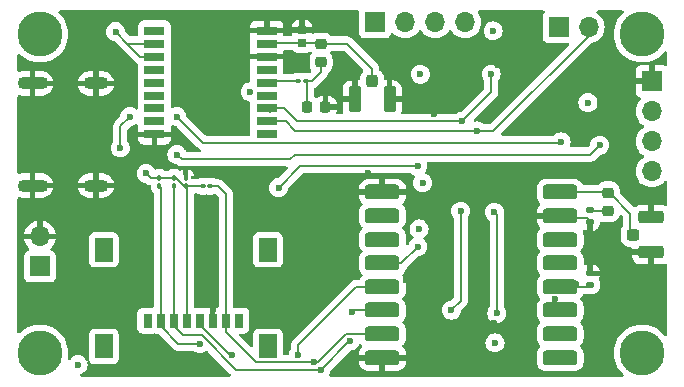
<source format=gbr>
%TF.GenerationSoftware,KiCad,Pcbnew,8.0.6*%
%TF.CreationDate,2024-11-04T20:58:39-05:00*%
%TF.ProjectId,VanguardFlightComputer,56616e67-7561-4726-9446-6c6967687443,rev?*%
%TF.SameCoordinates,Original*%
%TF.FileFunction,Copper,L4,Bot*%
%TF.FilePolarity,Positive*%
%FSLAX46Y46*%
G04 Gerber Fmt 4.6, Leading zero omitted, Abs format (unit mm)*
G04 Created by KiCad (PCBNEW 8.0.6) date 2024-11-04 20:58:39*
%MOMM*%
%LPD*%
G01*
G04 APERTURE LIST*
G04 Aperture macros list*
%AMRoundRect*
0 Rectangle with rounded corners*
0 $1 Rounding radius*
0 $2 $3 $4 $5 $6 $7 $8 $9 X,Y pos of 4 corners*
0 Add a 4 corners polygon primitive as box body*
4,1,4,$2,$3,$4,$5,$6,$7,$8,$9,$2,$3,0*
0 Add four circle primitives for the rounded corners*
1,1,$1+$1,$2,$3*
1,1,$1+$1,$4,$5*
1,1,$1+$1,$6,$7*
1,1,$1+$1,$8,$9*
0 Add four rect primitives between the rounded corners*
20,1,$1+$1,$2,$3,$4,$5,0*
20,1,$1+$1,$4,$5,$6,$7,0*
20,1,$1+$1,$6,$7,$8,$9,0*
20,1,$1+$1,$8,$9,$2,$3,0*%
G04 Aperture macros list end*
%TA.AperFunction,ComponentPad*%
%ADD10R,1.700000X1.700000*%
%TD*%
%TA.AperFunction,ComponentPad*%
%ADD11O,1.700000X1.700000*%
%TD*%
%TA.AperFunction,SMDPad,CuDef*%
%ADD12R,0.800000X1.200000*%
%TD*%
%TA.AperFunction,SMDPad,CuDef*%
%ADD13R,1.500000X2.000000*%
%TD*%
%TA.AperFunction,SMDPad,CuDef*%
%ADD14R,1.800000X0.700000*%
%TD*%
%TA.AperFunction,SMDPad,CuDef*%
%ADD15R,1.800000X0.800000*%
%TD*%
%TA.AperFunction,SMDPad,CuDef*%
%ADD16R,0.650000X0.700000*%
%TD*%
%TA.AperFunction,ComponentPad*%
%ADD17C,2.600000*%
%TD*%
%TA.AperFunction,ConnectorPad*%
%ADD18C,3.800000*%
%TD*%
%TA.AperFunction,ComponentPad*%
%ADD19O,2.100000X1.100000*%
%TD*%
%TA.AperFunction,ComponentPad*%
%ADD20O,2.600000X1.100000*%
%TD*%
%TA.AperFunction,SMDPad,CuDef*%
%ADD21RoundRect,0.250000X-0.250000X0.275000X-0.250000X-0.275000X0.250000X-0.275000X0.250000X0.275000X0*%
%TD*%
%TA.AperFunction,SMDPad,CuDef*%
%ADD22RoundRect,0.250000X-0.275000X0.850000X-0.275000X-0.850000X0.275000X-0.850000X0.275000X0.850000X0*%
%TD*%
%TA.AperFunction,SMDPad,CuDef*%
%ADD23RoundRect,0.140000X-0.170000X0.140000X-0.170000X-0.140000X0.170000X-0.140000X0.170000X0.140000X0*%
%TD*%
%TA.AperFunction,SMDPad,CuDef*%
%ADD24RoundRect,0.100000X0.100000X-0.130000X0.100000X0.130000X-0.100000X0.130000X-0.100000X-0.130000X0*%
%TD*%
%TA.AperFunction,SMDPad,CuDef*%
%ADD25RoundRect,0.225000X-0.250000X0.225000X-0.250000X-0.225000X0.250000X-0.225000X0.250000X0.225000X0*%
%TD*%
%TA.AperFunction,SMDPad,CuDef*%
%ADD26RoundRect,0.100000X-0.130000X-0.100000X0.130000X-0.100000X0.130000X0.100000X-0.130000X0.100000X0*%
%TD*%
%TA.AperFunction,SMDPad,CuDef*%
%ADD27RoundRect,0.225000X-0.225000X-0.250000X0.225000X-0.250000X0.225000X0.250000X-0.225000X0.250000X0*%
%TD*%
%TA.AperFunction,SMDPad,CuDef*%
%ADD28RoundRect,0.250000X-0.850000X-0.275000X0.850000X-0.275000X0.850000X0.275000X-0.850000X0.275000X0*%
%TD*%
%TA.AperFunction,SMDPad,CuDef*%
%ADD29RoundRect,0.250000X-0.275000X-0.250000X0.275000X-0.250000X0.275000X0.250000X-0.275000X0.250000X0*%
%TD*%
%TA.AperFunction,SMDPad,CuDef*%
%ADD30RoundRect,0.317500X-1.157500X-0.317500X1.157500X-0.317500X1.157500X0.317500X-1.157500X0.317500X0*%
%TD*%
%TA.AperFunction,SMDPad,CuDef*%
%ADD31RoundRect,0.140000X0.170000X-0.140000X0.170000X0.140000X-0.170000X0.140000X-0.170000X-0.140000X0*%
%TD*%
%TA.AperFunction,SMDPad,CuDef*%
%ADD32RoundRect,0.100000X-0.100000X0.130000X-0.100000X-0.130000X0.100000X-0.130000X0.100000X0.130000X0*%
%TD*%
%TA.AperFunction,SMDPad,CuDef*%
%ADD33RoundRect,0.100000X0.130000X0.100000X-0.130000X0.100000X-0.130000X-0.100000X0.130000X-0.100000X0*%
%TD*%
%TA.AperFunction,ViaPad*%
%ADD34C,0.600000*%
%TD*%
%TA.AperFunction,Conductor*%
%ADD35C,0.200000*%
%TD*%
G04 APERTURE END LIST*
D10*
%TO.P,J8,1,Pin_1*%
%TO.N,VIN*%
X92400000Y-97675000D03*
D11*
%TO.P,J8,2,Pin_2*%
%TO.N,GND*%
X92400000Y-95135000D03*
%TD*%
D12*
%TO.P,J2,P1,DAT2*%
%TO.N,unconnected-(J2-DAT2-PadP1)*%
X101525000Y-102250000D03*
%TO.P,J2,P2,CD/DAT3*%
%TO.N,SD_CS*%
X102625000Y-102250000D03*
%TO.P,J2,P3,CMD*%
%TO.N,SPI1_MOSI*%
X103725000Y-102250000D03*
%TO.P,J2,P4,VDD*%
%TO.N,+3.3V*%
X104825000Y-102250000D03*
%TO.P,J2,P5,CLK*%
%TO.N,SPI1_SCK*%
X105925000Y-102250000D03*
%TO.P,J2,P6,VSS*%
%TO.N,GND*%
X107025000Y-102250000D03*
%TO.P,J2,P7,DAT0*%
%TO.N,SPI1_MISO*%
X108125000Y-102250000D03*
%TO.P,J2,P8,DAT1*%
%TO.N,unconnected-(J2-DAT1-PadP8)*%
X109225000Y-102250000D03*
D13*
%TO.P,J2,MP1,MP1*%
%TO.N,unconnected-(J2-PadMP1)*%
X111695000Y-104450000D03*
%TO.P,J2,MP2,MP2*%
%TO.N,unconnected-(J2-PadMP2)*%
X97805000Y-104450000D03*
%TO.P,J2,MP3,MP3*%
%TO.N,unconnected-(J2-PadMP3)*%
X97805000Y-96250000D03*
%TO.P,J2,MP4,MP4*%
%TO.N,unconnected-(J2-PadMP4)*%
X111695000Y-96250000D03*
%TD*%
D14*
%TO.P,IC3,1,GND_1*%
%TO.N,GND*%
X102100000Y-86500000D03*
D15*
%TO.P,IC3,2,TXD*%
%TO.N,unconnected-(IC3-TXD-Pad2)*%
X102100000Y-85400000D03*
%TO.P,IC3,3,RXD*%
%TO.N,unconnected-(IC3-RXD-Pad3)*%
X102100000Y-84300000D03*
%TO.P,IC3,4,TIMEPULSE*%
%TO.N,unconnected-(IC3-TIMEPULSE-Pad4)*%
X102100000Y-83200000D03*
%TO.P,IC3,5,EXTINT*%
%TO.N,unconnected-(IC3-EXTINT-Pad5)*%
X102100000Y-82100000D03*
%TO.P,IC3,6,V_BCKP*%
%TO.N,unconnected-(IC3-V_BCKP-Pad6)*%
X102100000Y-81000000D03*
%TO.P,IC3,7,V_IO*%
%TO.N,+3.3V*%
X102100000Y-79900000D03*
%TO.P,IC3,8,VCC*%
X102100000Y-78800000D03*
D14*
%TO.P,IC3,9,RESET_N*%
%TO.N,GPS_RST*%
X102100000Y-77700000D03*
%TO.P,IC3,10,GND_2*%
%TO.N,GND*%
X111600000Y-77700000D03*
D15*
%TO.P,IC3,11,RF_IN*%
%TO.N,Net-(IC3-RF_IN)*%
X111600000Y-78800000D03*
%TO.P,IC3,12,GND_3*%
%TO.N,GND*%
X111600000Y-79900000D03*
%TO.P,IC3,13,LNA_EN*%
%TO.N,unconnected-(IC3-LNA_EN-Pad13)*%
X111600000Y-81000000D03*
%TO.P,IC3,14,VCC_RF*%
%TO.N,Net-(IC3-VCC_RF)*%
X111600000Y-82100000D03*
%TO.P,IC3,15,RESERVED*%
%TO.N,unconnected-(IC3-RESERVED-Pad15)*%
X111600000Y-83200000D03*
%TO.P,IC3,16,SDA*%
%TO.N,I2C1_SDA*%
X111600000Y-84300000D03*
%TO.P,IC3,17,SCL*%
%TO.N,I2C1_SCL*%
X111600000Y-85400000D03*
D14*
%TO.P,IC3,18,SAFEBOOT_N*%
%TO.N,unconnected-(IC3-SAFEBOOT_N-Pad18)*%
X111600000Y-86500000D03*
%TD*%
D16*
%TO.P,D2,1,1*%
%TO.N,GND*%
X114600000Y-77650000D03*
%TO.P,D2,2,2*%
%TO.N,Net-(IC3-RF_IN)*%
X114600000Y-78750000D03*
%TD*%
D10*
%TO.P,J7,1,Pin_1*%
%TO.N,SERVO_1_PWM*%
X120780000Y-77000000D03*
D11*
%TO.P,J7,2,Pin_2*%
%TO.N,SERVO_2_PWM*%
X123320000Y-77000000D03*
%TO.P,J7,3,Pin_3*%
%TO.N,SERVO_3_PWM*%
X125860000Y-77000000D03*
%TO.P,J7,4,Pin_4*%
%TO.N,SERVO_4_PWM*%
X128400000Y-77000000D03*
%TD*%
D10*
%TO.P,J6,1,Pin_1*%
%TO.N,I2C1_SDA*%
X136325000Y-77400000D03*
D11*
%TO.P,J6,2,Pin_2*%
%TO.N,I2C1_SCL*%
X138865000Y-77400000D03*
%TD*%
%TO.P,J5,4,Pin_4*%
%TO.N,+3.3V*%
X144200000Y-89620000D03*
%TO.P,J5,3,Pin_3*%
%TO.N,Net-(J5-Pin_3)*%
X144200000Y-87080000D03*
%TO.P,J5,2,Pin_2*%
%TO.N,Net-(J5-Pin_2)*%
X144200000Y-84540000D03*
D10*
%TO.P,J5,1,Pin_1*%
%TO.N,GND*%
X144200000Y-82000000D03*
%TD*%
D17*
%TO.P,H5,1*%
%TO.N,N/C*%
X143400000Y-78000000D03*
D18*
X143400000Y-78000000D03*
%TD*%
D17*
%TO.P,H6,1*%
%TO.N,N/C*%
X92400000Y-105000000D03*
D18*
X92400000Y-105000000D03*
%TD*%
%TO.P,H1,1*%
%TO.N,N/C*%
X92400000Y-78000000D03*
D17*
X92400000Y-78000000D03*
%TD*%
D18*
%TO.P,H7,1*%
%TO.N,N/C*%
X143400000Y-105000000D03*
D17*
X143400000Y-105000000D03*
%TD*%
D19*
%TO.P,J1,S1,SHIELD*%
%TO.N,GND*%
X97134052Y-82180000D03*
D20*
X91774052Y-82180000D03*
D19*
X97134052Y-90820000D03*
D20*
X91774052Y-90820000D03*
%TD*%
D21*
%TO.P,J3,1,In*%
%TO.N,Net-(IC3-RF_IN)*%
X120525000Y-82000000D03*
D22*
%TO.P,J3,2,Ext*%
%TO.N,GND*%
X122000000Y-83525000D03*
X119050000Y-83525000D03*
%TD*%
D23*
%TO.P,C39,1*%
%TO.N,Net-(C39-Pad1)*%
X139000000Y-92920000D03*
%TO.P,C39,2*%
%TO.N,GND*%
X139000000Y-93880000D03*
%TD*%
D24*
%TO.P,C28,1*%
%TO.N,+3.3V*%
X104750000Y-90820000D03*
%TO.P,C28,2*%
%TO.N,GND*%
X104750000Y-90180000D03*
%TD*%
D25*
%TO.P,FB2,1*%
%TO.N,Net-(IC3-RF_IN)*%
X116200000Y-78825000D03*
%TO.P,FB2,2*%
%TO.N,Net-(C29-Pad1)*%
X116200000Y-80375000D03*
%TD*%
D26*
%TO.P,R6,1*%
%TO.N,+3.3V*%
X106194154Y-90893046D03*
%TO.P,R6,2*%
%TO.N,SPI1_MISO*%
X106834154Y-90893046D03*
%TD*%
D27*
%TO.P,C29,1*%
%TO.N,Net-(C29-Pad1)*%
X115025000Y-84200000D03*
%TO.P,C29,2*%
%TO.N,GND*%
X116575000Y-84200000D03*
%TD*%
D28*
%TO.P,J4,2,Ext*%
%TO.N,GND*%
X144125000Y-96475000D03*
X144125000Y-93525000D03*
D29*
%TO.P,J4,1,In*%
%TO.N,Net-(J4-In)*%
X142600000Y-95000000D03*
%TD*%
D30*
%TO.P,U7,1,GND*%
%TO.N,GND*%
X121400000Y-105400000D03*
%TO.P,U7,2,MISO*%
%TO.N,SPI1_MISO*%
X121400000Y-103400000D03*
%TO.P,U7,3,MOSI*%
%TO.N,SPI1_MOSI*%
X121400000Y-101400000D03*
%TO.P,U7,4,SCK*%
%TO.N,SPI1_SCK*%
X121400000Y-99400000D03*
%TO.P,U7,5,NSS*%
%TO.N,TELEM_CS*%
X121400000Y-97400000D03*
%TO.P,U7,6,RESET*%
%TO.N,unconnected-(U7-RESET-Pad6)*%
X121400000Y-95400000D03*
%TO.P,U7,7,DIO5*%
%TO.N,unconnected-(U7-DIO5-Pad7)*%
X121400000Y-93400000D03*
%TO.P,U7,8,GND*%
%TO.N,GND*%
X121400000Y-91400000D03*
%TO.P,U7,9,ANT*%
%TO.N,Net-(J4-In)*%
X136450000Y-91400000D03*
%TO.P,U7,10,GND*%
%TO.N,GND*%
X136450000Y-93400000D03*
%TO.P,U7,11,DIO3*%
%TO.N,unconnected-(U7-DIO3-Pad11)*%
X136450000Y-95400000D03*
%TO.P,U7,12,DIO4*%
%TO.N,unconnected-(U7-DIO4-Pad12)*%
X136450000Y-97400000D03*
%TO.P,U7,13,3.3V*%
%TO.N,+3.3V*%
X136450000Y-99400000D03*
%TO.P,U7,14,DIO0*%
%TO.N,unconnected-(U7-DIO0-Pad14)*%
X136450000Y-101400000D03*
%TO.P,U7,15,DIO1*%
%TO.N,unconnected-(U7-DIO1-Pad15)*%
X136450000Y-103400000D03*
%TO.P,U7,16,DIO2*%
%TO.N,unconnected-(U7-DIO2-Pad16)*%
X136450000Y-105400000D03*
%TD*%
D25*
%TO.P,FB3,1*%
%TO.N,Net-(J4-In)*%
X140500000Y-91425000D03*
%TO.P,FB3,2*%
%TO.N,Net-(C39-Pad1)*%
X140500000Y-92975000D03*
%TD*%
D31*
%TO.P,C38,1*%
%TO.N,+3.3V*%
X139000000Y-99230000D03*
%TO.P,C38,2*%
%TO.N,GND*%
X139000000Y-98270000D03*
%TD*%
D32*
%TO.P,R5,1*%
%TO.N,+3.3V*%
X103750000Y-90180000D03*
%TO.P,R5,2*%
%TO.N,SPI1_MOSI*%
X103750000Y-90820000D03*
%TD*%
D33*
%TO.P,R7,1*%
%TO.N,Net-(C29-Pad1)*%
X114920000Y-82000000D03*
%TO.P,R7,2*%
%TO.N,Net-(IC3-VCC_RF)*%
X114280000Y-82000000D03*
%TD*%
D32*
%TO.P,R4,1*%
%TO.N,+3.3V*%
X102500000Y-90180000D03*
%TO.P,R4,2*%
%TO.N,SD_CS*%
X102500000Y-90820000D03*
%TD*%
D34*
%TO.N,GND*%
X100800000Y-101000000D03*
X134000000Y-76600000D03*
X116800000Y-83000000D03*
%TO.N,I2C1_SDA*%
X128100000Y-85400000D03*
%TO.N,I2C1_SCL*%
X129400000Y-86200000D03*
%TO.N,USB_DP*%
X104000000Y-88200000D03*
%TO.N,GND*%
X131200000Y-80600000D03*
%TO.N,+3.3V*%
X124500000Y-94500000D03*
%TO.N,BOOT0*%
X112600000Y-91000000D03*
X124400000Y-89200000D03*
%TO.N,+3.3V*%
X95628539Y-105997203D03*
%TO.N,GND*%
X136000000Y-100400000D03*
X125000000Y-92800000D03*
X106500000Y-100875000D03*
X129090000Y-105025000D03*
X125800000Y-84800000D03*
X123400000Y-98800000D03*
X130850000Y-102425000D03*
X100166840Y-87100000D03*
X139800000Y-84600000D03*
X120200000Y-89800000D03*
%TO.N,+3.3V*%
X130930000Y-104140000D03*
X101400000Y-89800000D03*
X137800000Y-99200000D03*
X138800000Y-83800000D03*
X98800000Y-77800000D03*
X130775000Y-77725000D03*
X124600000Y-81400000D03*
X124800000Y-90600000D03*
X110199998Y-82895773D03*
%TO.N,VBUS*%
X100000000Y-85000000D03*
X99211768Y-87626899D03*
%TO.N,USB_DM*%
X136524265Y-87124265D03*
X104000000Y-85000000D03*
%TO.N,USB_DP*%
X139800000Y-87400000D03*
%TO.N,I2C1_SDA*%
X127237500Y-101375000D03*
X128025000Y-93000000D03*
%TO.N,I2C1_SCL*%
X131085642Y-101650000D03*
X130875000Y-93075000D03*
%TO.N,SPI1_MISO*%
X115600000Y-105800000D03*
%TO.N,SPI1_MOSI*%
X118800000Y-101500000D03*
X116200000Y-106400000D03*
X118650000Y-104000000D03*
%TO.N,SPI1_SCK*%
X114250000Y-105200000D03*
X108624265Y-105175735D03*
%TO.N,SD_CS*%
X105975735Y-104224265D03*
%TO.N,TELEM_CS*%
X124400000Y-96000000D03*
%TO.N,I2C1_SDA*%
X130600000Y-81400000D03*
%TD*%
D35*
%TO.N,USB_DM*%
X136524265Y-87124265D02*
X136448530Y-87200000D01*
X136448530Y-87200000D02*
X106200000Y-87200000D01*
X106200000Y-87200000D02*
X104000000Y-85000000D01*
%TO.N,USB_DP*%
X114000000Y-88200000D02*
X113600000Y-88600000D01*
X139800000Y-87400000D02*
X139000000Y-88200000D01*
X139000000Y-88200000D02*
X114000000Y-88200000D01*
X113600000Y-88600000D02*
X104400000Y-88600000D01*
X104400000Y-88600000D02*
X104000000Y-88200000D01*
%TO.N,GND*%
X116575000Y-83225000D02*
X116800000Y-83000000D01*
X116575000Y-84200000D02*
X116575000Y-83225000D01*
%TO.N,Net-(C29-Pad1)*%
X115400000Y-82000000D02*
X116200000Y-81200000D01*
X114920000Y-82000000D02*
X115400000Y-82000000D01*
X116200000Y-81200000D02*
X116200000Y-80375000D01*
X115025000Y-84200000D02*
X115025000Y-82105000D01*
X115025000Y-82105000D02*
X114920000Y-82000000D01*
%TO.N,Net-(IC3-RF_IN)*%
X120525000Y-82000000D02*
X120525000Y-80925000D01*
X120525000Y-80925000D02*
X118400000Y-78800000D01*
X118400000Y-78800000D02*
X116225000Y-78800000D01*
X116225000Y-78800000D02*
X116200000Y-78825000D01*
X114600000Y-78750000D02*
X111650000Y-78750000D01*
X111650000Y-78750000D02*
X111600000Y-78800000D01*
X114600000Y-78750000D02*
X116125000Y-78750000D01*
X116125000Y-78750000D02*
X116200000Y-78825000D01*
%TO.N,I2C1_SCL*%
X111600000Y-85400000D02*
X113200000Y-85400000D01*
X113200000Y-85400000D02*
X114000000Y-86200000D01*
X114000000Y-86200000D02*
X129400000Y-86200000D01*
%TO.N,I2C1_SDA*%
X113100000Y-84300000D02*
X114200000Y-85400000D01*
X114200000Y-85400000D02*
X128100000Y-85400000D01*
X111600000Y-84300000D02*
X113100000Y-84300000D01*
%TO.N,I2C1_SCL*%
X129400000Y-86200000D02*
X130800000Y-86200000D01*
X130800000Y-86200000D02*
X138865000Y-78135000D01*
X138865000Y-78135000D02*
X138865000Y-77400000D01*
%TO.N,I2C1_SDA*%
X128100000Y-85400000D02*
X130600000Y-82900000D01*
X130600000Y-82900000D02*
X130600000Y-81400000D01*
X111900000Y-84600000D02*
X111600000Y-84300000D01*
%TO.N,BOOT0*%
X114400000Y-89200000D02*
X112600000Y-91000000D01*
X124400000Y-89200000D02*
X114400000Y-89200000D01*
%TO.N,Net-(J4-In)*%
X140500000Y-91425000D02*
X140625000Y-91425000D01*
X142400000Y-94800000D02*
X142600000Y-95000000D01*
X140625000Y-91425000D02*
X142400000Y-93200000D01*
X142400000Y-93200000D02*
X142400000Y-94800000D01*
%TO.N,SPI1_MISO*%
X106834154Y-90893046D02*
X107493046Y-90893046D01*
X107493046Y-90893046D02*
X108125000Y-91525000D01*
X108125000Y-91525000D02*
X108125000Y-102250000D01*
%TO.N,SPI1_SCK*%
X114250000Y-105200000D02*
X114250000Y-104350000D01*
X114250000Y-104350000D02*
X119200000Y-99400000D01*
X119200000Y-99400000D02*
X121400000Y-99400000D01*
%TO.N,I2C1_SCL*%
X130875000Y-93075000D02*
X131085642Y-93285642D01*
X131085642Y-93285642D02*
X131085642Y-101650000D01*
%TO.N,SPI1_SCK*%
X108624265Y-105175735D02*
X108463235Y-105175735D01*
X108463235Y-105175735D02*
X105925000Y-102637500D01*
X105925000Y-102637500D02*
X105925000Y-102250000D01*
%TO.N,I2C1_SDA*%
X128025000Y-93000000D02*
X128025000Y-100587500D01*
X128025000Y-100587500D02*
X127237500Y-101375000D01*
%TO.N,SPI1_MOSI*%
X116200000Y-106400000D02*
X109000000Y-106400000D01*
X109000000Y-106400000D02*
X106100000Y-103500000D01*
X104475000Y-103500000D02*
X103725000Y-102750000D01*
X106100000Y-103500000D02*
X104475000Y-103500000D01*
X103725000Y-102750000D02*
X103725000Y-102250000D01*
X118650000Y-104000000D02*
X118600000Y-104000000D01*
X118600000Y-104000000D02*
X116200000Y-106400000D01*
%TO.N,SPI1_MISO*%
X108125000Y-102250000D02*
X108125000Y-103230000D01*
X108125000Y-103230000D02*
X110695000Y-105800000D01*
X118351471Y-103400000D02*
X121400000Y-103400000D01*
X110695000Y-105800000D02*
X115951471Y-105800000D01*
X115951471Y-105800000D02*
X118351471Y-103400000D01*
%TO.N,TELEM_CS*%
X121400000Y-97400000D02*
X123000000Y-97400000D01*
X123000000Y-97400000D02*
X124400000Y-96000000D01*
%TO.N,GND*%
X139000000Y-93880000D02*
X138720000Y-93600000D01*
X136650000Y-93600000D02*
X136450000Y-93400000D01*
X138720000Y-93600000D02*
X136650000Y-93600000D01*
%TO.N,+3.3V*%
X138830000Y-99400000D02*
X136450000Y-99400000D01*
X139000000Y-99230000D02*
X138830000Y-99400000D01*
%TO.N,GND*%
X139000000Y-98270000D02*
X139000000Y-93880000D01*
%TO.N,Net-(J4-In)*%
X136450000Y-91400000D02*
X140475000Y-91400000D01*
X140475000Y-91400000D02*
X140500000Y-91425000D01*
%TO.N,Net-(C39-Pad1)*%
X139000000Y-92920000D02*
X139055000Y-92975000D01*
X139055000Y-92975000D02*
X140500000Y-92975000D01*
%TO.N,SD_CS*%
X105975735Y-104224265D02*
X104099265Y-104224265D01*
X104099265Y-104224265D02*
X102625000Y-102750000D01*
X102625000Y-102750000D02*
X102625000Y-102250000D01*
%TO.N,SPI1_MOSI*%
X118750000Y-101500000D02*
X118850000Y-101400000D01*
X118850000Y-101400000D02*
X121400000Y-101400000D01*
%TO.N,GND*%
X106500000Y-100875000D02*
X107025000Y-101400000D01*
X107025000Y-101400000D02*
X107025000Y-102250000D01*
%TO.N,+3.3V*%
X103750000Y-90180000D02*
X103951544Y-90180000D01*
X106194154Y-90893046D02*
X104823046Y-90893046D01*
X100900000Y-79900000D02*
X102100000Y-79900000D01*
X101780000Y-90180000D02*
X101400000Y-89800000D01*
X104825000Y-102250000D02*
X104825000Y-90895000D01*
X99800000Y-78800000D02*
X100900000Y-79900000D01*
X103750000Y-90180000D02*
X102500000Y-90180000D01*
X104825000Y-90895000D02*
X104750000Y-90820000D01*
X103951544Y-90180000D02*
X104591544Y-90820000D01*
X104591544Y-90820000D02*
X104750000Y-90820000D01*
X99800000Y-78800000D02*
X98800000Y-77800000D01*
X102500000Y-90180000D02*
X101780000Y-90180000D01*
X102100000Y-78800000D02*
X99800000Y-78800000D01*
X104823046Y-90893046D02*
X104750000Y-90820000D01*
%TO.N,VBUS*%
X99211768Y-87626899D02*
X99211768Y-85788232D01*
X99211768Y-85788232D02*
X100000000Y-85000000D01*
%TO.N,SPI1_MOSI*%
X103725000Y-90845000D02*
X103750000Y-90820000D01*
X103725000Y-102250000D02*
X103725000Y-90845000D01*
%TO.N,Net-(IC3-VCC_RF)*%
X114280000Y-82000000D02*
X111700000Y-82000000D01*
X111700000Y-82000000D02*
X111600000Y-82100000D01*
%TO.N,SD_CS*%
X102625000Y-102250000D02*
X102625000Y-90945000D01*
X102625000Y-90945000D02*
X102500000Y-90820000D01*
%TO.N,GND*%
X137000000Y-93400000D02*
X136450000Y-93400000D01*
%TD*%
%TA.AperFunction,Conductor*%
%TO.N,GND*%
G36*
X119372539Y-76020185D02*
G01*
X119418294Y-76072989D01*
X119429500Y-76124500D01*
X119429500Y-77897870D01*
X119429501Y-77897876D01*
X119435908Y-77957483D01*
X119486202Y-78092328D01*
X119486206Y-78092335D01*
X119572452Y-78207544D01*
X119572455Y-78207547D01*
X119687664Y-78293793D01*
X119687671Y-78293797D01*
X119822517Y-78344091D01*
X119822516Y-78344091D01*
X119829444Y-78344835D01*
X119882127Y-78350500D01*
X121677872Y-78350499D01*
X121737483Y-78344091D01*
X121872331Y-78293796D01*
X121987546Y-78207546D01*
X122073796Y-78092331D01*
X122122810Y-77960916D01*
X122164681Y-77904984D01*
X122230145Y-77880566D01*
X122298418Y-77895417D01*
X122326673Y-77916569D01*
X122448599Y-78038495D01*
X122533414Y-78097883D01*
X122642165Y-78174032D01*
X122642167Y-78174033D01*
X122642170Y-78174035D01*
X122856337Y-78273903D01*
X123084592Y-78335063D01*
X123261034Y-78350500D01*
X123319999Y-78355659D01*
X123320000Y-78355659D01*
X123320001Y-78355659D01*
X123378966Y-78350500D01*
X123555408Y-78335063D01*
X123783663Y-78273903D01*
X123997830Y-78174035D01*
X124191401Y-78038495D01*
X124358495Y-77871401D01*
X124479525Y-77698553D01*
X124488425Y-77685842D01*
X124543002Y-77642217D01*
X124612500Y-77635023D01*
X124674855Y-77666546D01*
X124691575Y-77685842D01*
X124821500Y-77871395D01*
X124821505Y-77871401D01*
X124988599Y-78038495D01*
X125073414Y-78097883D01*
X125182165Y-78174032D01*
X125182167Y-78174033D01*
X125182170Y-78174035D01*
X125396337Y-78273903D01*
X125624592Y-78335063D01*
X125801034Y-78350500D01*
X125859999Y-78355659D01*
X125860000Y-78355659D01*
X125860001Y-78355659D01*
X125918966Y-78350500D01*
X126095408Y-78335063D01*
X126323663Y-78273903D01*
X126537830Y-78174035D01*
X126731401Y-78038495D01*
X126898495Y-77871401D01*
X127019525Y-77698553D01*
X127028425Y-77685842D01*
X127083002Y-77642217D01*
X127152500Y-77635023D01*
X127214855Y-77666546D01*
X127231575Y-77685842D01*
X127361500Y-77871395D01*
X127361505Y-77871401D01*
X127528599Y-78038495D01*
X127613414Y-78097883D01*
X127722165Y-78174032D01*
X127722167Y-78174033D01*
X127722170Y-78174035D01*
X127936337Y-78273903D01*
X128164592Y-78335063D01*
X128341034Y-78350500D01*
X128399999Y-78355659D01*
X128400000Y-78355659D01*
X128400001Y-78355659D01*
X128458966Y-78350500D01*
X128635408Y-78335063D01*
X128863663Y-78273903D01*
X129077830Y-78174035D01*
X129271401Y-78038495D01*
X129438495Y-77871401D01*
X129541009Y-77724996D01*
X129969435Y-77724996D01*
X129969435Y-77725003D01*
X129989630Y-77904249D01*
X129989631Y-77904254D01*
X130049211Y-78074523D01*
X130111739Y-78174035D01*
X130145184Y-78227262D01*
X130272738Y-78354816D01*
X130274080Y-78355659D01*
X130405684Y-78438352D01*
X130425478Y-78450789D01*
X130544190Y-78492328D01*
X130595745Y-78510368D01*
X130595750Y-78510369D01*
X130774996Y-78530565D01*
X130775000Y-78530565D01*
X130775004Y-78530565D01*
X130954249Y-78510369D01*
X130954252Y-78510368D01*
X130954255Y-78510368D01*
X131124522Y-78450789D01*
X131277262Y-78354816D01*
X131404816Y-78227262D01*
X131500789Y-78074522D01*
X131560368Y-77904255D01*
X131560369Y-77904249D01*
X131580565Y-77725003D01*
X131580565Y-77724996D01*
X131560369Y-77545750D01*
X131560368Y-77545745D01*
X131534575Y-77472032D01*
X131500789Y-77375478D01*
X131404816Y-77222738D01*
X131277262Y-77095184D01*
X131217946Y-77057913D01*
X131124523Y-76999211D01*
X130954254Y-76939631D01*
X130954249Y-76939630D01*
X130775004Y-76919435D01*
X130774996Y-76919435D01*
X130595750Y-76939630D01*
X130595745Y-76939631D01*
X130425476Y-76999211D01*
X130272737Y-77095184D01*
X130145184Y-77222737D01*
X130049211Y-77375476D01*
X129989631Y-77545745D01*
X129989630Y-77545750D01*
X129969435Y-77724996D01*
X129541009Y-77724996D01*
X129574035Y-77677830D01*
X129673903Y-77463663D01*
X129735063Y-77235408D01*
X129755659Y-77000000D01*
X129735063Y-76764592D01*
X129673903Y-76536337D01*
X129574035Y-76322171D01*
X129563881Y-76307669D01*
X129485426Y-76195623D01*
X129463099Y-76129417D01*
X129480109Y-76061650D01*
X129531057Y-76013837D01*
X129587001Y-76000500D01*
X135013429Y-76000500D01*
X135080468Y-76020185D01*
X135126223Y-76072989D01*
X135136167Y-76142147D01*
X135112695Y-76198811D01*
X135031206Y-76307664D01*
X135031202Y-76307671D01*
X134980908Y-76442517D01*
X134974501Y-76502116D01*
X134974500Y-76502135D01*
X134974500Y-78297870D01*
X134974501Y-78297876D01*
X134980908Y-78357483D01*
X135031202Y-78492328D01*
X135031206Y-78492335D01*
X135117452Y-78607544D01*
X135117455Y-78607547D01*
X135232664Y-78693793D01*
X135232671Y-78693797D01*
X135367517Y-78744091D01*
X135367516Y-78744091D01*
X135374444Y-78744835D01*
X135427127Y-78750500D01*
X137100903Y-78750499D01*
X137167942Y-78770184D01*
X137213697Y-78822987D01*
X137223641Y-78892146D01*
X137194616Y-78955702D01*
X137188584Y-78962180D01*
X130587584Y-85563181D01*
X130526261Y-85596666D01*
X130499903Y-85599500D01*
X129982412Y-85599500D01*
X129915373Y-85579815D01*
X129905097Y-85572445D01*
X129902263Y-85570185D01*
X129902262Y-85570184D01*
X129794165Y-85502262D01*
X129749523Y-85474211D01*
X129579254Y-85414631D01*
X129579249Y-85414630D01*
X129400004Y-85394435D01*
X129399996Y-85394435D01*
X129250410Y-85411288D01*
X129181588Y-85399233D01*
X129130209Y-85351884D01*
X129112585Y-85284273D01*
X129134312Y-85217868D01*
X129148841Y-85200392D01*
X130958506Y-83390728D01*
X130958511Y-83390724D01*
X130968714Y-83380520D01*
X130968716Y-83380520D01*
X131080520Y-83268716D01*
X131149349Y-83149500D01*
X131159577Y-83131785D01*
X131200501Y-82979057D01*
X131200501Y-82820943D01*
X131200501Y-82813348D01*
X131200500Y-82813330D01*
X131200500Y-81982412D01*
X131220185Y-81915373D01*
X131227555Y-81905097D01*
X131229810Y-81902267D01*
X131229816Y-81902262D01*
X131325789Y-81749522D01*
X131385368Y-81579255D01*
X131385693Y-81576371D01*
X131405565Y-81400003D01*
X131405565Y-81399996D01*
X131385369Y-81220750D01*
X131385368Y-81220745D01*
X131356158Y-81137267D01*
X131325789Y-81050478D01*
X131320851Y-81042620D01*
X131229815Y-80897737D01*
X131102262Y-80770184D01*
X130949523Y-80674211D01*
X130779254Y-80614631D01*
X130779249Y-80614630D01*
X130600004Y-80594435D01*
X130599996Y-80594435D01*
X130420750Y-80614630D01*
X130420745Y-80614631D01*
X130250476Y-80674211D01*
X130097737Y-80770184D01*
X129970184Y-80897737D01*
X129874211Y-81050476D01*
X129814631Y-81220745D01*
X129814630Y-81220750D01*
X129794435Y-81399996D01*
X129794435Y-81400003D01*
X129814630Y-81579249D01*
X129814631Y-81579254D01*
X129874211Y-81749523D01*
X129910331Y-81807007D01*
X129949912Y-81870000D01*
X129970185Y-81902263D01*
X129972445Y-81905097D01*
X129973334Y-81907275D01*
X129973889Y-81908158D01*
X129973734Y-81908255D01*
X129998855Y-81969783D01*
X129999500Y-81982412D01*
X129999500Y-82599902D01*
X129979815Y-82666941D01*
X129963181Y-82687583D01*
X128081465Y-84569298D01*
X128020142Y-84602783D01*
X128007668Y-84604837D01*
X127920750Y-84614630D01*
X127750478Y-84674210D01*
X127597736Y-84770185D01*
X127594903Y-84772445D01*
X127592724Y-84773334D01*
X127591842Y-84773889D01*
X127591744Y-84773734D01*
X127530217Y-84798855D01*
X127517588Y-84799500D01*
X123096159Y-84799500D01*
X123029120Y-84779815D01*
X122983365Y-84727011D01*
X122973421Y-84657853D01*
X122978453Y-84636496D01*
X123014505Y-84527697D01*
X123014506Y-84527690D01*
X123024999Y-84424986D01*
X123025000Y-84424973D01*
X123025000Y-83775000D01*
X121874000Y-83775000D01*
X121806961Y-83755315D01*
X121761206Y-83702511D01*
X121750000Y-83651000D01*
X121750000Y-83275000D01*
X122250000Y-83275000D01*
X123024999Y-83275000D01*
X123024999Y-82625028D01*
X123024998Y-82625013D01*
X123014505Y-82522302D01*
X122959358Y-82355880D01*
X122959356Y-82355875D01*
X122867315Y-82206654D01*
X122743345Y-82082684D01*
X122594124Y-81990643D01*
X122594119Y-81990641D01*
X122427697Y-81935494D01*
X122427690Y-81935493D01*
X122324986Y-81925000D01*
X122250000Y-81925000D01*
X122250000Y-83275000D01*
X121750000Y-83275000D01*
X121750000Y-81925000D01*
X121749999Y-81924999D01*
X121675028Y-81925000D01*
X121675016Y-81925001D01*
X121662095Y-81926321D01*
X121593403Y-81913548D01*
X121542521Y-81865665D01*
X121525499Y-81802962D01*
X121525499Y-81674998D01*
X121525498Y-81674981D01*
X121514999Y-81572203D01*
X121514998Y-81572200D01*
X121507642Y-81550000D01*
X121459814Y-81405666D01*
X121456317Y-81399996D01*
X123794435Y-81399996D01*
X123794435Y-81400003D01*
X123814630Y-81579249D01*
X123814631Y-81579254D01*
X123874211Y-81749523D01*
X123949912Y-81870000D01*
X123970184Y-81902262D01*
X124097738Y-82029816D01*
X124124273Y-82046489D01*
X124225994Y-82110405D01*
X124250478Y-82125789D01*
X124376777Y-82169983D01*
X124420745Y-82185368D01*
X124420750Y-82185369D01*
X124599996Y-82205565D01*
X124600000Y-82205565D01*
X124600004Y-82205565D01*
X124779249Y-82185369D01*
X124779252Y-82185368D01*
X124779255Y-82185368D01*
X124949522Y-82125789D01*
X125102262Y-82029816D01*
X125229816Y-81902262D01*
X125325789Y-81749522D01*
X125385368Y-81579255D01*
X125385693Y-81576371D01*
X125405565Y-81400003D01*
X125405565Y-81399996D01*
X125385369Y-81220750D01*
X125385368Y-81220745D01*
X125356158Y-81137267D01*
X125325789Y-81050478D01*
X125320851Y-81042620D01*
X125229815Y-80897737D01*
X125102262Y-80770184D01*
X124949523Y-80674211D01*
X124779254Y-80614631D01*
X124779249Y-80614630D01*
X124600004Y-80594435D01*
X124599996Y-80594435D01*
X124420750Y-80614630D01*
X124420745Y-80614631D01*
X124250476Y-80674211D01*
X124097737Y-80770184D01*
X123970184Y-80897737D01*
X123874211Y-81050476D01*
X123814631Y-81220745D01*
X123814630Y-81220750D01*
X123794435Y-81399996D01*
X121456317Y-81399996D01*
X121367712Y-81256344D01*
X121243656Y-81132288D01*
X121243652Y-81132285D01*
X121184404Y-81095740D01*
X121137679Y-81043792D01*
X121125501Y-80990202D01*
X121125501Y-80845945D01*
X121125501Y-80845943D01*
X121084577Y-80693215D01*
X121039207Y-80614632D01*
X121005520Y-80556284D01*
X120893716Y-80444480D01*
X120893715Y-80444479D01*
X120889385Y-80440149D01*
X120889374Y-80440139D01*
X118887590Y-78438355D01*
X118887588Y-78438352D01*
X118768717Y-78319481D01*
X118768716Y-78319480D01*
X118673111Y-78264283D01*
X118673110Y-78264282D01*
X118631783Y-78240422D01*
X118575881Y-78225443D01*
X118479057Y-78199499D01*
X118320943Y-78199499D01*
X118313347Y-78199499D01*
X118313331Y-78199500D01*
X117124547Y-78199500D01*
X117057508Y-78179815D01*
X117027276Y-78152405D01*
X117022967Y-78146955D01*
X116968340Y-78092328D01*
X116903044Y-78027032D01*
X116903041Y-78027030D01*
X116903040Y-78027029D01*
X116758705Y-77938001D01*
X116758699Y-77937998D01*
X116758697Y-77937997D01*
X116694031Y-77916569D01*
X116597709Y-77884651D01*
X116498346Y-77874500D01*
X115901662Y-77874500D01*
X115901644Y-77874501D01*
X115802292Y-77884650D01*
X115802289Y-77884651D01*
X115641305Y-77937996D01*
X115641296Y-77938000D01*
X115614096Y-77954778D01*
X115546704Y-77973218D01*
X115480040Y-77952295D01*
X115464255Y-77933382D01*
X115461319Y-77936319D01*
X115425000Y-77900000D01*
X114984167Y-77900000D01*
X114976188Y-77899572D01*
X114976183Y-77899678D01*
X114972879Y-77899500D01*
X114972873Y-77899500D01*
X114972866Y-77899500D01*
X114227129Y-77899500D01*
X114223805Y-77899679D01*
X114223799Y-77899573D01*
X114215837Y-77900000D01*
X113775000Y-77900000D01*
X113775000Y-78025500D01*
X113755315Y-78092539D01*
X113702511Y-78138294D01*
X113651000Y-78149500D01*
X113124000Y-78149500D01*
X113056961Y-78129815D01*
X113011206Y-78077011D01*
X113000000Y-78025500D01*
X113000000Y-77950000D01*
X112748069Y-77950000D01*
X112704736Y-77942182D01*
X112607482Y-77905908D01*
X112607483Y-77905908D01*
X112547883Y-77899501D01*
X112547881Y-77899500D01*
X112547873Y-77899500D01*
X112547864Y-77899500D01*
X110652129Y-77899500D01*
X110652123Y-77899501D01*
X110592516Y-77905908D01*
X110495264Y-77942182D01*
X110451931Y-77950000D01*
X110200000Y-77950000D01*
X110200000Y-78097844D01*
X110206401Y-78157372D01*
X110206403Y-78157379D01*
X110215195Y-78180952D01*
X110220179Y-78250644D01*
X110215196Y-78267615D01*
X110205909Y-78292516D01*
X110205908Y-78292517D01*
X110200364Y-78344091D01*
X110199501Y-78352123D01*
X110199500Y-78352135D01*
X110199500Y-79247870D01*
X110199501Y-79247876D01*
X110205909Y-79307487D01*
X110207692Y-79315031D01*
X110206438Y-79315327D01*
X110210856Y-79377069D01*
X110206864Y-79390664D01*
X110206401Y-79392624D01*
X110200000Y-79452155D01*
X110200000Y-79650000D01*
X110451931Y-79650000D01*
X110495264Y-79657818D01*
X110592517Y-79694091D01*
X110592516Y-79694091D01*
X110599444Y-79694835D01*
X110652127Y-79700500D01*
X112547872Y-79700499D01*
X112607483Y-79694091D01*
X112704736Y-79657817D01*
X112748069Y-79650000D01*
X113000000Y-79650000D01*
X113000000Y-79474500D01*
X113019685Y-79407461D01*
X113072489Y-79361706D01*
X113124000Y-79350500D01*
X113775249Y-79350500D01*
X113842288Y-79370185D01*
X113874515Y-79400188D01*
X113906064Y-79442331D01*
X113917454Y-79457546D01*
X113933873Y-79469837D01*
X114032664Y-79543793D01*
X114032671Y-79543797D01*
X114067175Y-79556666D01*
X114167517Y-79594091D01*
X114227127Y-79600500D01*
X114972872Y-79600499D01*
X115032483Y-79594091D01*
X115167331Y-79543796D01*
X115222705Y-79502342D01*
X115288168Y-79477925D01*
X115356441Y-79492776D01*
X115405847Y-79542180D01*
X115420700Y-79610453D01*
X115396284Y-79675918D01*
X115384701Y-79689287D01*
X115377029Y-79696959D01*
X115288001Y-79841294D01*
X115287996Y-79841305D01*
X115234651Y-80002290D01*
X115224500Y-80101647D01*
X115224500Y-80648337D01*
X115224501Y-80648355D01*
X115234650Y-80747707D01*
X115234651Y-80747710D01*
X115287996Y-80908694D01*
X115287998Y-80908699D01*
X115371602Y-81044241D01*
X115390042Y-81111633D01*
X115369120Y-81178297D01*
X115353744Y-81197019D01*
X115275668Y-81275095D01*
X115214345Y-81308580D01*
X115171802Y-81310353D01*
X115089362Y-81299500D01*
X114750636Y-81299500D01*
X114633234Y-81314955D01*
X114632083Y-81315264D01*
X114630891Y-81315264D01*
X114625179Y-81316016D01*
X114625080Y-81315264D01*
X114574919Y-81315264D01*
X114574820Y-81316017D01*
X114569107Y-81315264D01*
X114567917Y-81315265D01*
X114566765Y-81314956D01*
X114449361Y-81299500D01*
X114110636Y-81299500D01*
X113993246Y-81314953D01*
X113993234Y-81314957D01*
X113847163Y-81375461D01*
X113840124Y-81379526D01*
X113839117Y-81377783D01*
X113784068Y-81399069D01*
X113773743Y-81399500D01*
X113124500Y-81399500D01*
X113057461Y-81379815D01*
X113011706Y-81327011D01*
X113000500Y-81275500D01*
X113000499Y-80552129D01*
X113000498Y-80552123D01*
X113000497Y-80552116D01*
X112994091Y-80492517D01*
X112994091Y-80492516D01*
X112992307Y-80484966D01*
X112993559Y-80484669D01*
X112989145Y-80422924D01*
X112993132Y-80409346D01*
X112993598Y-80407375D01*
X112999999Y-80347844D01*
X113000000Y-80347827D01*
X113000000Y-80150000D01*
X112748069Y-80150000D01*
X112704736Y-80142182D01*
X112607482Y-80105908D01*
X112607483Y-80105908D01*
X112547883Y-80099501D01*
X112547881Y-80099500D01*
X112547873Y-80099500D01*
X112547864Y-80099500D01*
X110652129Y-80099500D01*
X110652123Y-80099501D01*
X110592516Y-80105908D01*
X110495264Y-80142182D01*
X110451931Y-80150000D01*
X110200000Y-80150000D01*
X110200000Y-80347844D01*
X110206401Y-80407372D01*
X110208187Y-80414930D01*
X110206542Y-80415318D01*
X110210851Y-80475656D01*
X110205943Y-80492371D01*
X110205908Y-80492520D01*
X110199811Y-80549230D01*
X110199501Y-80552123D01*
X110199500Y-80552135D01*
X110199500Y-81447870D01*
X110199501Y-81447876D01*
X110205908Y-81507479D01*
X110207692Y-81515026D01*
X110206229Y-81515371D01*
X110210585Y-81576371D01*
X110206173Y-81591396D01*
X110205908Y-81592517D01*
X110199501Y-81652116D01*
X110199501Y-81652123D01*
X110199500Y-81652135D01*
X110199500Y-81979450D01*
X110179815Y-82046489D01*
X110127011Y-82092244D01*
X110089384Y-82102670D01*
X110020750Y-82110403D01*
X110020745Y-82110404D01*
X109850476Y-82169983D01*
X109697735Y-82265957D01*
X109570182Y-82393510D01*
X109474209Y-82546249D01*
X109414629Y-82716518D01*
X109414628Y-82716523D01*
X109394433Y-82895769D01*
X109394433Y-82895776D01*
X109414628Y-83075022D01*
X109414629Y-83075027D01*
X109474209Y-83245296D01*
X109556986Y-83377034D01*
X109570182Y-83398035D01*
X109697736Y-83525589D01*
X109730672Y-83546284D01*
X109849183Y-83620750D01*
X109850476Y-83621562D01*
X110020743Y-83681141D01*
X110092931Y-83689274D01*
X110157342Y-83716339D01*
X110196898Y-83773934D01*
X110202336Y-83825746D01*
X110199500Y-83852127D01*
X110199500Y-84747870D01*
X110199501Y-84747876D01*
X110205908Y-84807479D01*
X110207692Y-84815026D01*
X110206229Y-84815371D01*
X110210585Y-84876371D01*
X110206173Y-84891396D01*
X110205908Y-84892517D01*
X110199501Y-84952116D01*
X110199500Y-84952135D01*
X110199500Y-85847870D01*
X110199501Y-85847876D01*
X110205909Y-85907484D01*
X110214929Y-85931670D01*
X110219911Y-86001361D01*
X110214929Y-86018330D01*
X110205910Y-86042512D01*
X110205909Y-86042515D01*
X110205909Y-86042517D01*
X110199500Y-86102127D01*
X110199500Y-86338897D01*
X110199501Y-86475500D01*
X110179817Y-86542539D01*
X110127013Y-86588294D01*
X110075501Y-86599500D01*
X106500097Y-86599500D01*
X106433058Y-86579815D01*
X106412416Y-86563181D01*
X104830700Y-84981465D01*
X104797215Y-84920142D01*
X104795163Y-84907686D01*
X104785368Y-84820745D01*
X104725789Y-84650478D01*
X104629816Y-84497738D01*
X104502262Y-84370184D01*
X104499499Y-84368448D01*
X104349523Y-84274211D01*
X104179254Y-84214631D01*
X104179249Y-84214630D01*
X104000004Y-84194435D01*
X103999996Y-84194435D01*
X103820750Y-84214630D01*
X103820742Y-84214632D01*
X103665453Y-84268970D01*
X103595674Y-84272531D01*
X103535047Y-84237802D01*
X103502820Y-84175809D01*
X103500499Y-84151928D01*
X103500499Y-83852129D01*
X103500498Y-83852123D01*
X103500498Y-83852116D01*
X103494091Y-83792517D01*
X103494090Y-83792515D01*
X103494090Y-83792512D01*
X103492308Y-83784969D01*
X103493773Y-83784622D01*
X103489409Y-83723651D01*
X103493819Y-83708633D01*
X103494089Y-83707488D01*
X103494091Y-83707483D01*
X103500500Y-83647873D01*
X103500499Y-82752128D01*
X103494091Y-82692517D01*
X103494090Y-82692515D01*
X103494090Y-82692512D01*
X103492308Y-82684969D01*
X103493773Y-82684622D01*
X103489409Y-82623651D01*
X103493819Y-82608633D01*
X103494089Y-82607488D01*
X103494091Y-82607483D01*
X103500500Y-82547873D01*
X103500499Y-81652128D01*
X103494091Y-81592517D01*
X103494090Y-81592515D01*
X103494090Y-81592512D01*
X103492308Y-81584969D01*
X103493773Y-81584622D01*
X103489409Y-81523651D01*
X103493819Y-81508633D01*
X103494089Y-81507488D01*
X103494091Y-81507483D01*
X103500500Y-81447873D01*
X103500499Y-80552128D01*
X103494091Y-80492517D01*
X103494090Y-80492515D01*
X103494090Y-80492512D01*
X103492308Y-80484969D01*
X103493773Y-80484622D01*
X103489409Y-80423651D01*
X103493819Y-80408633D01*
X103494089Y-80407488D01*
X103494091Y-80407483D01*
X103500500Y-80347873D01*
X103500499Y-79452128D01*
X103494091Y-79392517D01*
X103494090Y-79392515D01*
X103494090Y-79392512D01*
X103492308Y-79384969D01*
X103493773Y-79384622D01*
X103489409Y-79323651D01*
X103493819Y-79308633D01*
X103494089Y-79307488D01*
X103494091Y-79307483D01*
X103500500Y-79247873D01*
X103500499Y-78352128D01*
X103494091Y-78292517D01*
X103485070Y-78268333D01*
X103480085Y-78198644D01*
X103485066Y-78181677D01*
X103494091Y-78157483D01*
X103500500Y-78097873D01*
X103500499Y-77302155D01*
X110200000Y-77302155D01*
X110200000Y-77450000D01*
X111350000Y-77450000D01*
X111850000Y-77450000D01*
X113000000Y-77450000D01*
X113000000Y-77302172D01*
X112999999Y-77302155D01*
X112994623Y-77252155D01*
X113775000Y-77252155D01*
X113775000Y-77400000D01*
X114350000Y-77400000D01*
X114850000Y-77400000D01*
X115425000Y-77400000D01*
X115425000Y-77252172D01*
X115424999Y-77252155D01*
X115418598Y-77192627D01*
X115418596Y-77192620D01*
X115368354Y-77057913D01*
X115368350Y-77057906D01*
X115282190Y-76942812D01*
X115282187Y-76942809D01*
X115167093Y-76856649D01*
X115167086Y-76856645D01*
X115032379Y-76806403D01*
X115032372Y-76806401D01*
X114972844Y-76800000D01*
X114850000Y-76800000D01*
X114850000Y-77400000D01*
X114350000Y-77400000D01*
X114350000Y-76800000D01*
X114227155Y-76800000D01*
X114167627Y-76806401D01*
X114167620Y-76806403D01*
X114032913Y-76856645D01*
X114032906Y-76856649D01*
X113917812Y-76942809D01*
X113917809Y-76942812D01*
X113831649Y-77057906D01*
X113831645Y-77057913D01*
X113781403Y-77192620D01*
X113781401Y-77192627D01*
X113775000Y-77252155D01*
X112994623Y-77252155D01*
X112993598Y-77242627D01*
X112993596Y-77242620D01*
X112943354Y-77107913D01*
X112943350Y-77107906D01*
X112857190Y-76992812D01*
X112857187Y-76992809D01*
X112742093Y-76906649D01*
X112742086Y-76906645D01*
X112607379Y-76856403D01*
X112607372Y-76856401D01*
X112547844Y-76850000D01*
X111850000Y-76850000D01*
X111850000Y-77450000D01*
X111350000Y-77450000D01*
X111350000Y-76850000D01*
X110652155Y-76850000D01*
X110592627Y-76856401D01*
X110592620Y-76856403D01*
X110457913Y-76906645D01*
X110457906Y-76906649D01*
X110342812Y-76992809D01*
X110342809Y-76992812D01*
X110256649Y-77107906D01*
X110256645Y-77107913D01*
X110206403Y-77242620D01*
X110206401Y-77242627D01*
X110200000Y-77302155D01*
X103500499Y-77302155D01*
X103500499Y-77302128D01*
X103494091Y-77242517D01*
X103491441Y-77235413D01*
X103443797Y-77107671D01*
X103443793Y-77107664D01*
X103357547Y-76992455D01*
X103357544Y-76992452D01*
X103242335Y-76906206D01*
X103242328Y-76906202D01*
X103107482Y-76855908D01*
X103107483Y-76855908D01*
X103047883Y-76849501D01*
X103047881Y-76849500D01*
X103047873Y-76849500D01*
X103047864Y-76849500D01*
X101152129Y-76849500D01*
X101152123Y-76849501D01*
X101092516Y-76855908D01*
X100957671Y-76906202D01*
X100957664Y-76906206D01*
X100842455Y-76992452D01*
X100842452Y-76992455D01*
X100756206Y-77107664D01*
X100756202Y-77107671D01*
X100705908Y-77242517D01*
X100699972Y-77297737D01*
X100699500Y-77302127D01*
X100699500Y-77698553D01*
X100699501Y-78075500D01*
X100679817Y-78142539D01*
X100627013Y-78188294D01*
X100575501Y-78199500D01*
X100100098Y-78199500D01*
X100033059Y-78179815D01*
X100012417Y-78163181D01*
X99630700Y-77781465D01*
X99597215Y-77720142D01*
X99595163Y-77707686D01*
X99585368Y-77620745D01*
X99525789Y-77450478D01*
X99429816Y-77297738D01*
X99302262Y-77170184D01*
X99213742Y-77114563D01*
X99149523Y-77074211D01*
X98979254Y-77014631D01*
X98979249Y-77014630D01*
X98800004Y-76994435D01*
X98799996Y-76994435D01*
X98620750Y-77014630D01*
X98620745Y-77014631D01*
X98450476Y-77074211D01*
X98297737Y-77170184D01*
X98170184Y-77297737D01*
X98074211Y-77450476D01*
X98014631Y-77620745D01*
X98014630Y-77620750D01*
X97994435Y-77799996D01*
X97994435Y-77800003D01*
X98014630Y-77979249D01*
X98014631Y-77979254D01*
X98074211Y-78149523D01*
X98152365Y-78273903D01*
X98170184Y-78302262D01*
X98297738Y-78429816D01*
X98450478Y-78525789D01*
X98620745Y-78585368D01*
X98707669Y-78595161D01*
X98772080Y-78622226D01*
X98781464Y-78630699D01*
X99112944Y-78962180D01*
X99438349Y-79287585D01*
X99438355Y-79287590D01*
X100415139Y-80264374D01*
X100415149Y-80264385D01*
X100419479Y-80268715D01*
X100419480Y-80268716D01*
X100531284Y-80380520D01*
X100591558Y-80415318D01*
X100618095Y-80430639D01*
X100618096Y-80430640D01*
X100637500Y-80441843D01*
X100685716Y-80492410D01*
X100699500Y-80549230D01*
X100699500Y-81447870D01*
X100699501Y-81447876D01*
X100705908Y-81507479D01*
X100707692Y-81515026D01*
X100706229Y-81515371D01*
X100710585Y-81576371D01*
X100706173Y-81591396D01*
X100705908Y-81592517D01*
X100699501Y-81652116D01*
X100699501Y-81652123D01*
X100699500Y-81652135D01*
X100699500Y-82547870D01*
X100699501Y-82547876D01*
X100705908Y-82607479D01*
X100707692Y-82615026D01*
X100706229Y-82615371D01*
X100710585Y-82676371D01*
X100706173Y-82691396D01*
X100705908Y-82692517D01*
X100699501Y-82752116D01*
X100699501Y-82752123D01*
X100699500Y-82752135D01*
X100699500Y-83647870D01*
X100699501Y-83647876D01*
X100705908Y-83707479D01*
X100707692Y-83715026D01*
X100706229Y-83715371D01*
X100710585Y-83776371D01*
X100706173Y-83791396D01*
X100705908Y-83792517D01*
X100702336Y-83825746D01*
X100699501Y-83852123D01*
X100699500Y-83852135D01*
X100699500Y-84269987D01*
X100679815Y-84337026D01*
X100627011Y-84382781D01*
X100557853Y-84392725D01*
X100509461Y-84371814D01*
X100508158Y-84373889D01*
X100349523Y-84274211D01*
X100179254Y-84214631D01*
X100179249Y-84214630D01*
X100000004Y-84194435D01*
X99999996Y-84194435D01*
X99820750Y-84214630D01*
X99820745Y-84214631D01*
X99650476Y-84274211D01*
X99497737Y-84370184D01*
X99370184Y-84497737D01*
X99274210Y-84650478D01*
X99214630Y-84820750D01*
X99204837Y-84907668D01*
X99177770Y-84972082D01*
X99169298Y-84981465D01*
X98843054Y-85307710D01*
X98731249Y-85419514D01*
X98731245Y-85419519D01*
X98683597Y-85502050D01*
X98683597Y-85502051D01*
X98652191Y-85556446D01*
X98645929Y-85579815D01*
X98611267Y-85709175D01*
X98611267Y-85709177D01*
X98611267Y-85877278D01*
X98611268Y-85877291D01*
X98611268Y-87044486D01*
X98591583Y-87111525D01*
X98584218Y-87121795D01*
X98581954Y-87124633D01*
X98485979Y-87277375D01*
X98426399Y-87447644D01*
X98426398Y-87447649D01*
X98406203Y-87626895D01*
X98406203Y-87626902D01*
X98426398Y-87806148D01*
X98426399Y-87806153D01*
X98485979Y-87976422D01*
X98519529Y-88029816D01*
X98581952Y-88129161D01*
X98709506Y-88256715D01*
X98783171Y-88303002D01*
X98822159Y-88327500D01*
X98862246Y-88352688D01*
X98988877Y-88396998D01*
X99032513Y-88412267D01*
X99032518Y-88412268D01*
X99211764Y-88432464D01*
X99211768Y-88432464D01*
X99211772Y-88432464D01*
X99391017Y-88412268D01*
X99391020Y-88412267D01*
X99391023Y-88412267D01*
X99561290Y-88352688D01*
X99714030Y-88256715D01*
X99841584Y-88129161D01*
X99937557Y-87976421D01*
X99997136Y-87806154D01*
X99997137Y-87806148D01*
X100017333Y-87626902D01*
X100017333Y-87626895D01*
X99997137Y-87447649D01*
X99997136Y-87447644D01*
X99962969Y-87350000D01*
X99937557Y-87277377D01*
X99841584Y-87124637D01*
X99841582Y-87124635D01*
X99841581Y-87124633D01*
X99839318Y-87121795D01*
X99838427Y-87119614D01*
X99837879Y-87118741D01*
X99838032Y-87118644D01*
X99812912Y-87057108D01*
X99812268Y-87044486D01*
X99812268Y-86897844D01*
X100700000Y-86897844D01*
X100706401Y-86957372D01*
X100706403Y-86957379D01*
X100756645Y-87092086D01*
X100756649Y-87092093D01*
X100842809Y-87207187D01*
X100842812Y-87207190D01*
X100957906Y-87293350D01*
X100957913Y-87293354D01*
X101092620Y-87343596D01*
X101092627Y-87343598D01*
X101152155Y-87349999D01*
X101152172Y-87350000D01*
X101850000Y-87350000D01*
X102350000Y-87350000D01*
X103047828Y-87350000D01*
X103047844Y-87349999D01*
X103107372Y-87343598D01*
X103107379Y-87343596D01*
X103242086Y-87293354D01*
X103242093Y-87293350D01*
X103357187Y-87207190D01*
X103357190Y-87207187D01*
X103443350Y-87092093D01*
X103443354Y-87092086D01*
X103493596Y-86957379D01*
X103493598Y-86957372D01*
X103499999Y-86897844D01*
X103500000Y-86897827D01*
X103500000Y-86750000D01*
X102350000Y-86750000D01*
X102350000Y-87350000D01*
X101850000Y-87350000D01*
X101850000Y-86750000D01*
X100700000Y-86750000D01*
X100700000Y-86897844D01*
X99812268Y-86897844D01*
X99812268Y-86088328D01*
X99831953Y-86021289D01*
X99848583Y-86000651D01*
X100018535Y-85830698D01*
X100079856Y-85797215D01*
X100092311Y-85795163D01*
X100179255Y-85785368D01*
X100349522Y-85725789D01*
X100502262Y-85629816D01*
X100502262Y-85629815D01*
X100508158Y-85626111D01*
X100509607Y-85628417D01*
X100562794Y-85606664D01*
X100631497Y-85619375D01*
X100682422Y-85667213D01*
X100699500Y-85730010D01*
X100699500Y-85847869D01*
X100699501Y-85847876D01*
X100705908Y-85907481D01*
X100715196Y-85932383D01*
X100720179Y-86002074D01*
X100715196Y-86019044D01*
X100706402Y-86042623D01*
X100706401Y-86042624D01*
X100700000Y-86102155D01*
X100700000Y-86250000D01*
X100951931Y-86250000D01*
X100995264Y-86257818D01*
X101092517Y-86294091D01*
X101092516Y-86294091D01*
X101099444Y-86294835D01*
X101152127Y-86300500D01*
X103047872Y-86300499D01*
X103107483Y-86294091D01*
X103204736Y-86257817D01*
X103248069Y-86250000D01*
X103500000Y-86250000D01*
X103500000Y-86102172D01*
X103499999Y-86102155D01*
X103493598Y-86042627D01*
X103493597Y-86042623D01*
X103484804Y-86019047D01*
X103479820Y-85949355D01*
X103484804Y-85932383D01*
X103494091Y-85907483D01*
X103500500Y-85847873D01*
X103500499Y-85847845D01*
X103500678Y-85844547D01*
X103501530Y-85844592D01*
X103520162Y-85781065D01*
X103572951Y-85735293D01*
X103642107Y-85725327D01*
X103665450Y-85731028D01*
X103820745Y-85785368D01*
X103907669Y-85795161D01*
X103972080Y-85822226D01*
X103981465Y-85830700D01*
X105715139Y-87564374D01*
X105715149Y-87564385D01*
X105719479Y-87568715D01*
X105719480Y-87568716D01*
X105831284Y-87680520D01*
X105898767Y-87719481D01*
X105968215Y-87759577D01*
X105968224Y-87759579D01*
X105971498Y-87760936D01*
X105973846Y-87762828D01*
X105975254Y-87763641D01*
X105975127Y-87763860D01*
X106025903Y-87804775D01*
X106047972Y-87871068D01*
X106030696Y-87938768D01*
X105979561Y-87986381D01*
X105924051Y-87999500D01*
X104865917Y-87999500D01*
X104798878Y-87979815D01*
X104753123Y-87927011D01*
X104748875Y-87916454D01*
X104725789Y-87850478D01*
X104697938Y-87806153D01*
X104629816Y-87697738D01*
X104502262Y-87570184D01*
X104493033Y-87564385D01*
X104349523Y-87474211D01*
X104179254Y-87414631D01*
X104179249Y-87414630D01*
X104000004Y-87394435D01*
X103999996Y-87394435D01*
X103820750Y-87414630D01*
X103820745Y-87414631D01*
X103650476Y-87474211D01*
X103497737Y-87570184D01*
X103370184Y-87697737D01*
X103274211Y-87850476D01*
X103214631Y-88020745D01*
X103214630Y-88020750D01*
X103194435Y-88199996D01*
X103194435Y-88200003D01*
X103214630Y-88379249D01*
X103214631Y-88379254D01*
X103274211Y-88549523D01*
X103370184Y-88702262D01*
X103497738Y-88829816D01*
X103650478Y-88925789D01*
X103820745Y-88985368D01*
X103907668Y-88995161D01*
X103972079Y-89022226D01*
X103981464Y-89030700D01*
X104031284Y-89080520D01*
X104031286Y-89080521D01*
X104031290Y-89080524D01*
X104162601Y-89156335D01*
X104168216Y-89159577D01*
X104271695Y-89187304D01*
X104320942Y-89200500D01*
X104320943Y-89200500D01*
X113250903Y-89200500D01*
X113317942Y-89220185D01*
X113363697Y-89272989D01*
X113373641Y-89342147D01*
X113344616Y-89405703D01*
X113338584Y-89412181D01*
X112581465Y-90169298D01*
X112520142Y-90202783D01*
X112507668Y-90204837D01*
X112420750Y-90214630D01*
X112250478Y-90274210D01*
X112097737Y-90370184D01*
X111970184Y-90497737D01*
X111874211Y-90650476D01*
X111814631Y-90820745D01*
X111814630Y-90820750D01*
X111794435Y-90999996D01*
X111794435Y-91000003D01*
X111814630Y-91179249D01*
X111814631Y-91179254D01*
X111874211Y-91349523D01*
X111945252Y-91462583D01*
X111970184Y-91502262D01*
X112097738Y-91629816D01*
X112250478Y-91725789D01*
X112358004Y-91763414D01*
X112420745Y-91785368D01*
X112420750Y-91785369D01*
X112599996Y-91805565D01*
X112600000Y-91805565D01*
X112600004Y-91805565D01*
X112779249Y-91785369D01*
X112779252Y-91785368D01*
X112779255Y-91785368D01*
X112949522Y-91725789D01*
X113102262Y-91629816D01*
X113229816Y-91502262D01*
X113325789Y-91349522D01*
X113385368Y-91179255D01*
X113395161Y-91092329D01*
X113418586Y-91036581D01*
X119425000Y-91036581D01*
X119425000Y-91150000D01*
X121150000Y-91150000D01*
X121650000Y-91150000D01*
X123375000Y-91150000D01*
X123375000Y-91036585D01*
X123374999Y-91036581D01*
X123359548Y-90899446D01*
X123359547Y-90899440D01*
X123298703Y-90725556D01*
X123200691Y-90569571D01*
X123070428Y-90439308D01*
X122914443Y-90341296D01*
X122740559Y-90280452D01*
X122740553Y-90280451D01*
X122603418Y-90265000D01*
X121650000Y-90265000D01*
X121650000Y-91150000D01*
X121150000Y-91150000D01*
X121150000Y-90265000D01*
X120196581Y-90265000D01*
X120059446Y-90280451D01*
X120059440Y-90280452D01*
X119885556Y-90341296D01*
X119729571Y-90439308D01*
X119599308Y-90569571D01*
X119501296Y-90725556D01*
X119440452Y-90899440D01*
X119440451Y-90899446D01*
X119425000Y-91036581D01*
X113418586Y-91036581D01*
X113422226Y-91027918D01*
X113430690Y-91018543D01*
X114612416Y-89836819D01*
X114673739Y-89803334D01*
X114700097Y-89800500D01*
X123817588Y-89800500D01*
X123884627Y-89820185D01*
X123894903Y-89827555D01*
X123897736Y-89829814D01*
X123897738Y-89829816D01*
X123992732Y-89889505D01*
X124050479Y-89925790D01*
X124090410Y-89939762D01*
X124147187Y-89980483D01*
X124172935Y-90045436D01*
X124159479Y-90113997D01*
X124154451Y-90122776D01*
X124074211Y-90250476D01*
X124014631Y-90420745D01*
X124014630Y-90420750D01*
X123994435Y-90599996D01*
X123994435Y-90600003D01*
X124014630Y-90779249D01*
X124014631Y-90779254D01*
X124074211Y-90949523D01*
X124128899Y-91036557D01*
X124170184Y-91102262D01*
X124297738Y-91229816D01*
X124450478Y-91325789D01*
X124620745Y-91385368D01*
X124620750Y-91385369D01*
X124799996Y-91405565D01*
X124800000Y-91405565D01*
X124800004Y-91405565D01*
X124979249Y-91385369D01*
X124979252Y-91385368D01*
X124979255Y-91385368D01*
X125149522Y-91325789D01*
X125302262Y-91229816D01*
X125429816Y-91102262D01*
X125525789Y-90949522D01*
X125585368Y-90779255D01*
X125585369Y-90779249D01*
X125605565Y-90600003D01*
X125605565Y-90599996D01*
X125585369Y-90420750D01*
X125585368Y-90420745D01*
X125560389Y-90349360D01*
X125525789Y-90250478D01*
X125503265Y-90214632D01*
X125472371Y-90165464D01*
X125429816Y-90097738D01*
X125302262Y-89970184D01*
X125253846Y-89939762D01*
X125149519Y-89874209D01*
X125109587Y-89860236D01*
X125052811Y-89819515D01*
X125027064Y-89754562D01*
X125040520Y-89686000D01*
X125045541Y-89677234D01*
X125114428Y-89567603D01*
X125125788Y-89549524D01*
X125125789Y-89549522D01*
X125185368Y-89379255D01*
X125194553Y-89297737D01*
X125205565Y-89200003D01*
X125205565Y-89199996D01*
X125185369Y-89020750D01*
X125185366Y-89020737D01*
X125166022Y-88965455D01*
X125162460Y-88895676D01*
X125197188Y-88835049D01*
X125259182Y-88802821D01*
X125283063Y-88800500D01*
X138913331Y-88800500D01*
X138913347Y-88800501D01*
X138920943Y-88800501D01*
X139079054Y-88800501D01*
X139079057Y-88800501D01*
X139231785Y-88759577D01*
X139301233Y-88719481D01*
X139368716Y-88680520D01*
X139480520Y-88568716D01*
X139480520Y-88568714D01*
X139490724Y-88558511D01*
X139490728Y-88558506D01*
X139818535Y-88230698D01*
X139879856Y-88197215D01*
X139892311Y-88195163D01*
X139979255Y-88185368D01*
X140149522Y-88125789D01*
X140302262Y-88029816D01*
X140429816Y-87902262D01*
X140525789Y-87749522D01*
X140585368Y-87579255D01*
X140586390Y-87570184D01*
X140605565Y-87400003D01*
X140605565Y-87399996D01*
X140585369Y-87220750D01*
X140585368Y-87220745D01*
X140541480Y-87095321D01*
X140525789Y-87050478D01*
X140429816Y-86897738D01*
X140302262Y-86770184D01*
X140149523Y-86674211D01*
X139979254Y-86614631D01*
X139979249Y-86614630D01*
X139800004Y-86594435D01*
X139799996Y-86594435D01*
X139620750Y-86614630D01*
X139620745Y-86614631D01*
X139450476Y-86674211D01*
X139297737Y-86770184D01*
X139170184Y-86897737D01*
X139074210Y-87050478D01*
X139014630Y-87220750D01*
X139004837Y-87307668D01*
X138977770Y-87372082D01*
X138969299Y-87381465D01*
X138787582Y-87563182D01*
X138726262Y-87596666D01*
X138699903Y-87599500D01*
X137380827Y-87599500D01*
X137313788Y-87579815D01*
X137268033Y-87527011D01*
X137258089Y-87457853D01*
X137263786Y-87434545D01*
X137309631Y-87303527D01*
X137309634Y-87303514D01*
X137329830Y-87124268D01*
X137329830Y-87124261D01*
X137309634Y-86945015D01*
X137309633Y-86945010D01*
X137293091Y-86897737D01*
X137250054Y-86774743D01*
X137247189Y-86770184D01*
X137154080Y-86622002D01*
X137026527Y-86494449D01*
X136873788Y-86398476D01*
X136703519Y-86338896D01*
X136703514Y-86338895D01*
X136524269Y-86318700D01*
X136524261Y-86318700D01*
X136345015Y-86338895D01*
X136345010Y-86338896D01*
X136174741Y-86398476D01*
X136022002Y-86494449D01*
X135953271Y-86563181D01*
X135891948Y-86596666D01*
X135865590Y-86599500D01*
X131549096Y-86599500D01*
X131482057Y-86579815D01*
X131436302Y-86527011D01*
X131426358Y-86457853D01*
X131455383Y-86394297D01*
X131461415Y-86387819D01*
X134049238Y-83799996D01*
X137994435Y-83799996D01*
X137994435Y-83800003D01*
X138014630Y-83979249D01*
X138014631Y-83979254D01*
X138074211Y-84149523D01*
X138149265Y-84268970D01*
X138170184Y-84302262D01*
X138297738Y-84429816D01*
X138329861Y-84450000D01*
X138406764Y-84498322D01*
X138450478Y-84525789D01*
X138491091Y-84540000D01*
X138620745Y-84585368D01*
X138620750Y-84585369D01*
X138799996Y-84605565D01*
X138800000Y-84605565D01*
X138800004Y-84605565D01*
X138979249Y-84585369D01*
X138979252Y-84585368D01*
X138979255Y-84585368D01*
X139149522Y-84525789D01*
X139302262Y-84429816D01*
X139429816Y-84302262D01*
X139525789Y-84149522D01*
X139585368Y-83979255D01*
X139585369Y-83979249D01*
X139605565Y-83800003D01*
X139605565Y-83799996D01*
X139585369Y-83620750D01*
X139585368Y-83620745D01*
X139543644Y-83501505D01*
X139525789Y-83450478D01*
X139525335Y-83449756D01*
X139457892Y-83342421D01*
X139429816Y-83297738D01*
X139302262Y-83170184D01*
X139269344Y-83149500D01*
X139149523Y-83074211D01*
X138979254Y-83014631D01*
X138979249Y-83014630D01*
X138800004Y-82994435D01*
X138799996Y-82994435D01*
X138620750Y-83014630D01*
X138620745Y-83014631D01*
X138450476Y-83074211D01*
X138297737Y-83170184D01*
X138170184Y-83297737D01*
X138074211Y-83450476D01*
X138014631Y-83620745D01*
X138014630Y-83620750D01*
X137994435Y-83799996D01*
X134049238Y-83799996D01*
X135249332Y-82599902D01*
X139095716Y-78753517D01*
X139151301Y-78721426D01*
X139266657Y-78690516D01*
X139328653Y-78673906D01*
X139328654Y-78673905D01*
X139328663Y-78673903D01*
X139542830Y-78574035D01*
X139736401Y-78438495D01*
X139903495Y-78271401D01*
X140039035Y-78077830D01*
X140138903Y-77863663D01*
X140200063Y-77635408D01*
X140220659Y-77400000D01*
X140200063Y-77164592D01*
X140138903Y-76936337D01*
X140039035Y-76722171D01*
X139908914Y-76536337D01*
X139903494Y-76528597D01*
X139736402Y-76361506D01*
X139736396Y-76361501D01*
X139542987Y-76226075D01*
X139499362Y-76171498D01*
X139492168Y-76102000D01*
X139523691Y-76039645D01*
X139583921Y-76004231D01*
X139614110Y-76000500D01*
X141709365Y-76000500D01*
X141776404Y-76020185D01*
X141822159Y-76072989D01*
X141832103Y-76142147D01*
X141803078Y-76205703D01*
X141794249Y-76214892D01*
X141646652Y-76353494D01*
X141454111Y-76586236D01*
X141292268Y-76841261D01*
X141292265Y-76841267D01*
X141163661Y-77114563D01*
X141163659Y-77114568D01*
X141070320Y-77401835D01*
X141013719Y-77698546D01*
X141013718Y-77698553D01*
X140994754Y-77999994D01*
X140994754Y-78000005D01*
X141013718Y-78301446D01*
X141013719Y-78301453D01*
X141038206Y-78429815D01*
X141065716Y-78574032D01*
X141070320Y-78598164D01*
X141163659Y-78885431D01*
X141163661Y-78885436D01*
X141292265Y-79158732D01*
X141292268Y-79158738D01*
X141454111Y-79413763D01*
X141454114Y-79413767D01*
X141454115Y-79413768D01*
X141646649Y-79646502D01*
X141646652Y-79646505D01*
X141866836Y-79853272D01*
X141866846Y-79853280D01*
X142111193Y-80030808D01*
X142111198Y-80030810D01*
X142111205Y-80030816D01*
X142375896Y-80176332D01*
X142375901Y-80176334D01*
X142375903Y-80176335D01*
X142375904Y-80176336D01*
X142656734Y-80287524D01*
X142656737Y-80287525D01*
X142754259Y-80312564D01*
X142949302Y-80362642D01*
X143090818Y-80380520D01*
X143248963Y-80400499D01*
X143248969Y-80400499D01*
X143248973Y-80400500D01*
X143248975Y-80400500D01*
X143551025Y-80400500D01*
X143551027Y-80400500D01*
X143551032Y-80400499D01*
X143551036Y-80400499D01*
X143630591Y-80390448D01*
X143850698Y-80362642D01*
X144143262Y-80287525D01*
X144143265Y-80287524D01*
X144424095Y-80176336D01*
X144424096Y-80176335D01*
X144424094Y-80176335D01*
X144424104Y-80176332D01*
X144688795Y-80030816D01*
X144933162Y-79853274D01*
X145153349Y-79646504D01*
X145279956Y-79493461D01*
X145337856Y-79454354D01*
X145407707Y-79452758D01*
X145467333Y-79489179D01*
X145497803Y-79552055D01*
X145499500Y-79572502D01*
X145499500Y-80614192D01*
X145479815Y-80681231D01*
X145427011Y-80726986D01*
X145357853Y-80736930D01*
X145301190Y-80713460D01*
X145292088Y-80706646D01*
X145292086Y-80706645D01*
X145157379Y-80656403D01*
X145157372Y-80656401D01*
X145097844Y-80650000D01*
X144450000Y-80650000D01*
X144450000Y-81566988D01*
X144392993Y-81534075D01*
X144265826Y-81500000D01*
X144134174Y-81500000D01*
X144007007Y-81534075D01*
X143950000Y-81566988D01*
X143950000Y-80650000D01*
X143302155Y-80650000D01*
X143242627Y-80656401D01*
X143242620Y-80656403D01*
X143107913Y-80706645D01*
X143107906Y-80706649D01*
X142992812Y-80792809D01*
X142992809Y-80792812D01*
X142906649Y-80907906D01*
X142906645Y-80907913D01*
X142856403Y-81042620D01*
X142856401Y-81042627D01*
X142850000Y-81102155D01*
X142850000Y-81750000D01*
X143766988Y-81750000D01*
X143734075Y-81807007D01*
X143700000Y-81934174D01*
X143700000Y-82065826D01*
X143734075Y-82192993D01*
X143766988Y-82250000D01*
X142850000Y-82250000D01*
X142850000Y-82897844D01*
X142856401Y-82957372D01*
X142856403Y-82957379D01*
X142906645Y-83092086D01*
X142906649Y-83092093D01*
X142992809Y-83207187D01*
X142992812Y-83207190D01*
X143107906Y-83293350D01*
X143107913Y-83293354D01*
X143239470Y-83342421D01*
X143295403Y-83384292D01*
X143319821Y-83449756D01*
X143304970Y-83518029D01*
X143283819Y-83546284D01*
X143161503Y-83668600D01*
X143025965Y-83862169D01*
X143025964Y-83862171D01*
X142926098Y-84076335D01*
X142926094Y-84076344D01*
X142864938Y-84304586D01*
X142864936Y-84304596D01*
X142844341Y-84539999D01*
X142844341Y-84540000D01*
X142864936Y-84775403D01*
X142864938Y-84775413D01*
X142926094Y-85003655D01*
X142926096Y-85003659D01*
X142926097Y-85003663D01*
X143017831Y-85200387D01*
X143025965Y-85217830D01*
X143025967Y-85217834D01*
X143112564Y-85341506D01*
X143161501Y-85411396D01*
X143161506Y-85411402D01*
X143328597Y-85578493D01*
X143328603Y-85578498D01*
X143514158Y-85708425D01*
X143557783Y-85763002D01*
X143564977Y-85832500D01*
X143533454Y-85894855D01*
X143514158Y-85911575D01*
X143328597Y-86041505D01*
X143161505Y-86208597D01*
X143025965Y-86402169D01*
X143025964Y-86402171D01*
X142926098Y-86616335D01*
X142926094Y-86616344D01*
X142864938Y-86844586D01*
X142864936Y-86844596D01*
X142844341Y-87079999D01*
X142844341Y-87080000D01*
X142864936Y-87315403D01*
X142864938Y-87315413D01*
X142926094Y-87543655D01*
X142926096Y-87543659D01*
X142926097Y-87543663D01*
X142964909Y-87626895D01*
X143025965Y-87757830D01*
X143025967Y-87757834D01*
X143105255Y-87871068D01*
X143161501Y-87951396D01*
X143161506Y-87951402D01*
X143328597Y-88118493D01*
X143328603Y-88118498D01*
X143514158Y-88248425D01*
X143557783Y-88303002D01*
X143564977Y-88372500D01*
X143533454Y-88434855D01*
X143514158Y-88451575D01*
X143328597Y-88581505D01*
X143161505Y-88748597D01*
X143025965Y-88942169D01*
X143025964Y-88942171D01*
X142926098Y-89156335D01*
X142926094Y-89156344D01*
X142864938Y-89384586D01*
X142864936Y-89384596D01*
X142844341Y-89619999D01*
X142844341Y-89620000D01*
X142864936Y-89855403D01*
X142864938Y-89855413D01*
X142926094Y-90083655D01*
X142926096Y-90083659D01*
X142926097Y-90083663D01*
X143023300Y-90292115D01*
X143025965Y-90297830D01*
X143025967Y-90297834D01*
X143112564Y-90421506D01*
X143161505Y-90491401D01*
X143328599Y-90658495D01*
X143381412Y-90695475D01*
X143522165Y-90794032D01*
X143522167Y-90794033D01*
X143522170Y-90794035D01*
X143736337Y-90893903D01*
X143736343Y-90893904D01*
X143736344Y-90893905D01*
X143757024Y-90899446D01*
X143964592Y-90955063D01*
X144152918Y-90971539D01*
X144199999Y-90975659D01*
X144200000Y-90975659D01*
X144200001Y-90975659D01*
X144239234Y-90972226D01*
X144435408Y-90955063D01*
X144663663Y-90893903D01*
X144877830Y-90794035D01*
X145071401Y-90658495D01*
X145238495Y-90491401D01*
X145273925Y-90440802D01*
X145328502Y-90397177D01*
X145398000Y-90389983D01*
X145460355Y-90421506D01*
X145495769Y-90481735D01*
X145499500Y-90511925D01*
X145499500Y-92470145D01*
X145479815Y-92537184D01*
X145427011Y-92582939D01*
X145357853Y-92592883D01*
X145310406Y-92575685D01*
X145294131Y-92565647D01*
X145294119Y-92565641D01*
X145127697Y-92510494D01*
X145127690Y-92510493D01*
X145024986Y-92500000D01*
X144375000Y-92500000D01*
X144375000Y-93651000D01*
X144355315Y-93718039D01*
X144302511Y-93763794D01*
X144251000Y-93775000D01*
X143999000Y-93775000D01*
X143931961Y-93755315D01*
X143886206Y-93702511D01*
X143875000Y-93651000D01*
X143875000Y-92500000D01*
X143225028Y-92500000D01*
X143225012Y-92500001D01*
X143122302Y-92510494D01*
X142955880Y-92565641D01*
X142955871Y-92565645D01*
X142828415Y-92644261D01*
X142761023Y-92662701D01*
X142694359Y-92641778D01*
X142675638Y-92626403D01*
X141511818Y-91462583D01*
X141478333Y-91401260D01*
X141475499Y-91374902D01*
X141475499Y-91151662D01*
X141475498Y-91151644D01*
X141465349Y-91052292D01*
X141465348Y-91052289D01*
X141454162Y-91018533D01*
X141412003Y-90891303D01*
X141411999Y-90891297D01*
X141411998Y-90891294D01*
X141322970Y-90746959D01*
X141322967Y-90746955D01*
X141203044Y-90627032D01*
X141203040Y-90627029D01*
X141058705Y-90538001D01*
X141058699Y-90537998D01*
X141058697Y-90537997D01*
X141058694Y-90537996D01*
X140897709Y-90484651D01*
X140798346Y-90474500D01*
X140201662Y-90474500D01*
X140201644Y-90474501D01*
X140102292Y-90484650D01*
X140102289Y-90484651D01*
X139941305Y-90537996D01*
X139941294Y-90538001D01*
X139796959Y-90627029D01*
X139677032Y-90746955D01*
X139672724Y-90752405D01*
X139615704Y-90792785D01*
X139575453Y-90799500D01*
X138462785Y-90799500D01*
X138395746Y-90779815D01*
X138351061Y-90729294D01*
X138349158Y-90725345D01*
X138349156Y-90725337D01*
X138251085Y-90569258D01*
X138120742Y-90438915D01*
X138078743Y-90412525D01*
X137964665Y-90340845D01*
X137964664Y-90340844D01*
X137964663Y-90340844D01*
X137922896Y-90326229D01*
X137790671Y-90279961D01*
X137653442Y-90264500D01*
X137653438Y-90264500D01*
X135246562Y-90264500D01*
X135246558Y-90264500D01*
X135109328Y-90279961D01*
X134935334Y-90340845D01*
X134779257Y-90438915D01*
X134648915Y-90569257D01*
X134550845Y-90725334D01*
X134489961Y-90899328D01*
X134474500Y-91036557D01*
X134474500Y-91763442D01*
X134489961Y-91900671D01*
X134550845Y-92074665D01*
X134648915Y-92230742D01*
X134730845Y-92312672D01*
X134764330Y-92373995D01*
X134759346Y-92443687D01*
X134730846Y-92488034D01*
X134649307Y-92569573D01*
X134551296Y-92725556D01*
X134490452Y-92899440D01*
X134490451Y-92899446D01*
X134475000Y-93036581D01*
X134475000Y-93150000D01*
X136576000Y-93150000D01*
X136643039Y-93169685D01*
X136688794Y-93222489D01*
X136700000Y-93274000D01*
X136700000Y-93526000D01*
X136680315Y-93593039D01*
X136627511Y-93638794D01*
X136576000Y-93650000D01*
X134475000Y-93650000D01*
X134475000Y-93763418D01*
X134490451Y-93900553D01*
X134490452Y-93900559D01*
X134551296Y-94074443D01*
X134649308Y-94230428D01*
X134730845Y-94311965D01*
X134764330Y-94373288D01*
X134759346Y-94442980D01*
X134730846Y-94487327D01*
X134648914Y-94569259D01*
X134550845Y-94725334D01*
X134489961Y-94899328D01*
X134474500Y-95036557D01*
X134474500Y-95763442D01*
X134489961Y-95900671D01*
X134550845Y-96074665D01*
X134648915Y-96230742D01*
X134730492Y-96312319D01*
X134763977Y-96373642D01*
X134758993Y-96443334D01*
X134730492Y-96487681D01*
X134648915Y-96569257D01*
X134550845Y-96725334D01*
X134489961Y-96899328D01*
X134474500Y-97036557D01*
X134474500Y-97763442D01*
X134489961Y-97900671D01*
X134550845Y-98074665D01*
X134648915Y-98230742D01*
X134730492Y-98312319D01*
X134763977Y-98373642D01*
X134758993Y-98443334D01*
X134730492Y-98487681D01*
X134648915Y-98569257D01*
X134550845Y-98725334D01*
X134489961Y-98899328D01*
X134474500Y-99036557D01*
X134474500Y-99763442D01*
X134489961Y-99900671D01*
X134531312Y-100018843D01*
X134549459Y-100070706D01*
X134550845Y-100074665D01*
X134648915Y-100230742D01*
X134730492Y-100312319D01*
X134763977Y-100373642D01*
X134758993Y-100443334D01*
X134730492Y-100487681D01*
X134648915Y-100569257D01*
X134550845Y-100725334D01*
X134489961Y-100899328D01*
X134474500Y-101036557D01*
X134474500Y-101763442D01*
X134489961Y-101900671D01*
X134536229Y-102032896D01*
X134548522Y-102068028D01*
X134550845Y-102074665D01*
X134648915Y-102230742D01*
X134730492Y-102312319D01*
X134763977Y-102373642D01*
X134758993Y-102443334D01*
X134730492Y-102487681D01*
X134648915Y-102569257D01*
X134550845Y-102725334D01*
X134489961Y-102899328D01*
X134474500Y-103036557D01*
X134474500Y-103763442D01*
X134489961Y-103900671D01*
X134550845Y-104074665D01*
X134648915Y-104230742D01*
X134730492Y-104312319D01*
X134763977Y-104373642D01*
X134758993Y-104443334D01*
X134730492Y-104487681D01*
X134648915Y-104569257D01*
X134550845Y-104725334D01*
X134489961Y-104899328D01*
X134474500Y-105036557D01*
X134474500Y-105763442D01*
X134489961Y-105900671D01*
X134550845Y-106074665D01*
X134603672Y-106158738D01*
X134648915Y-106230742D01*
X134779258Y-106361085D01*
X134935337Y-106459156D01*
X135067559Y-106505422D01*
X135109328Y-106520038D01*
X135197090Y-106529925D01*
X135246557Y-106535499D01*
X135246558Y-106535500D01*
X135246562Y-106535500D01*
X137653442Y-106535500D01*
X137653442Y-106535499D01*
X137715673Y-106528487D01*
X137790671Y-106520038D01*
X137792074Y-106519547D01*
X137964663Y-106459156D01*
X138120742Y-106361085D01*
X138251085Y-106230742D01*
X138349156Y-106074663D01*
X138410037Y-105900674D01*
X138410037Y-105900673D01*
X138410038Y-105900671D01*
X138423898Y-105777652D01*
X138425500Y-105763438D01*
X138425500Y-105036562D01*
X138415247Y-104945565D01*
X138410038Y-104899328D01*
X138383947Y-104824765D01*
X138349156Y-104725337D01*
X138251085Y-104569258D01*
X138169508Y-104487681D01*
X138136023Y-104426358D01*
X138141007Y-104356666D01*
X138169508Y-104312319D01*
X138199313Y-104282514D01*
X138251085Y-104230742D01*
X138349156Y-104074663D01*
X138410037Y-103900674D01*
X138410037Y-103900673D01*
X138410038Y-103900671D01*
X138422453Y-103790478D01*
X138425500Y-103763438D01*
X138425500Y-103036562D01*
X138416590Y-102957482D01*
X138410038Y-102899328D01*
X138383562Y-102823664D01*
X138349156Y-102725337D01*
X138251085Y-102569258D01*
X138169508Y-102487681D01*
X138136023Y-102426358D01*
X138141007Y-102356666D01*
X138169508Y-102312319D01*
X138202012Y-102279815D01*
X138251085Y-102230742D01*
X138349156Y-102074663D01*
X138410037Y-101900674D01*
X138410037Y-101900673D01*
X138410038Y-101900671D01*
X138418487Y-101825673D01*
X138425500Y-101763438D01*
X138425500Y-101036562D01*
X138416447Y-100956216D01*
X138410038Y-100899328D01*
X138382030Y-100819287D01*
X138349156Y-100725337D01*
X138251085Y-100569258D01*
X138169508Y-100487681D01*
X138136023Y-100426358D01*
X138141007Y-100356666D01*
X138169508Y-100312319D01*
X138194425Y-100287402D01*
X138251085Y-100230742D01*
X138349156Y-100074663D01*
X138349160Y-100074651D01*
X138351061Y-100070706D01*
X138397880Y-100018843D01*
X138462785Y-100000500D01*
X138686773Y-100000500D01*
X138721369Y-100005424D01*
X138729007Y-100007643D01*
X138765310Y-100010500D01*
X138765318Y-100010500D01*
X139234682Y-100010500D01*
X139234690Y-100010500D01*
X139270993Y-100007643D01*
X139270995Y-100007642D01*
X139270997Y-100007642D01*
X139311975Y-99995736D01*
X139426395Y-99962494D01*
X139565687Y-99880117D01*
X139680117Y-99765687D01*
X139762494Y-99626395D01*
X139807643Y-99470993D01*
X139810500Y-99434690D01*
X139810500Y-99025310D01*
X139807643Y-98989007D01*
X139801771Y-98968797D01*
X139762495Y-98833609D01*
X139762494Y-98833605D01*
X139750089Y-98812630D01*
X139732906Y-98744909D01*
X139750091Y-98686384D01*
X139762032Y-98666194D01*
X139804504Y-98520000D01*
X139498352Y-98520000D01*
X139435233Y-98502732D01*
X139426395Y-98497506D01*
X139426393Y-98497505D01*
X139426389Y-98497503D01*
X139270997Y-98452357D01*
X139270991Y-98452356D01*
X139234697Y-98449500D01*
X139234690Y-98449500D01*
X138874000Y-98449500D01*
X138806961Y-98429815D01*
X138761206Y-98377011D01*
X138750000Y-98325500D01*
X138750000Y-98020000D01*
X139250000Y-98020000D01*
X139804504Y-98020000D01*
X139762031Y-97873804D01*
X139679721Y-97734625D01*
X139679714Y-97734616D01*
X139565383Y-97620285D01*
X139565374Y-97620278D01*
X139426195Y-97537968D01*
X139426190Y-97537966D01*
X139270918Y-97492855D01*
X139270912Y-97492854D01*
X139250000Y-97491209D01*
X139250000Y-98020000D01*
X138750000Y-98020000D01*
X138750000Y-97491210D01*
X138749999Y-97491209D01*
X138729087Y-97492854D01*
X138729081Y-97492855D01*
X138584095Y-97534978D01*
X138514225Y-97534779D01*
X138455555Y-97496837D01*
X138426712Y-97433198D01*
X138425500Y-97415902D01*
X138425500Y-97036558D01*
X138425499Y-97036557D01*
X138410038Y-96899328D01*
X138375288Y-96800019D01*
X138375276Y-96799986D01*
X142525001Y-96799986D01*
X142535494Y-96902697D01*
X142590641Y-97069119D01*
X142590643Y-97069124D01*
X142682684Y-97218345D01*
X142806654Y-97342315D01*
X142955875Y-97434356D01*
X142955880Y-97434358D01*
X143122302Y-97489505D01*
X143122309Y-97489506D01*
X143225019Y-97499999D01*
X143874999Y-97499999D01*
X143875000Y-97499998D01*
X143875000Y-96725000D01*
X142525001Y-96725000D01*
X142525001Y-96799986D01*
X138375276Y-96799986D01*
X138349156Y-96725337D01*
X138251085Y-96569258D01*
X138169508Y-96487681D01*
X138136023Y-96426358D01*
X138141007Y-96356666D01*
X138169508Y-96312319D01*
X138191701Y-96290126D01*
X138251085Y-96230742D01*
X138349156Y-96074663D01*
X138410037Y-95900674D01*
X138410037Y-95900673D01*
X138410038Y-95900671D01*
X138424774Y-95769879D01*
X138425500Y-95763438D01*
X138425500Y-95036562D01*
X138410037Y-94899326D01*
X138410037Y-94899325D01*
X138410037Y-94899323D01*
X138352718Y-94735516D01*
X138349156Y-94665737D01*
X138383884Y-94605110D01*
X138445878Y-94572882D01*
X138515453Y-94579287D01*
X138532880Y-94587829D01*
X138573804Y-94612031D01*
X138729089Y-94657145D01*
X138750000Y-94658789D01*
X138750000Y-93824500D01*
X138769685Y-93757461D01*
X138822489Y-93711706D01*
X138874000Y-93700500D01*
X139126000Y-93700500D01*
X139193039Y-93720185D01*
X139238794Y-93772989D01*
X139250000Y-93824500D01*
X139250000Y-94658789D01*
X139270910Y-94657145D01*
X139426195Y-94612031D01*
X139565374Y-94529721D01*
X139565383Y-94529714D01*
X139679714Y-94415383D01*
X139679721Y-94415374D01*
X139762030Y-94276196D01*
X139807145Y-94120910D01*
X139807145Y-94120907D01*
X139809999Y-94084644D01*
X139809999Y-93990214D01*
X139829683Y-93923175D01*
X139882486Y-93877419D01*
X139951645Y-93867475D01*
X139973000Y-93872506D01*
X140102292Y-93915349D01*
X140201655Y-93925500D01*
X140798344Y-93925499D01*
X140798352Y-93925498D01*
X140798355Y-93925498D01*
X140852760Y-93919940D01*
X140897708Y-93915349D01*
X141058697Y-93862003D01*
X141203044Y-93772968D01*
X141322968Y-93653044D01*
X141412003Y-93508697D01*
X141460137Y-93363435D01*
X141499909Y-93305991D01*
X141564425Y-93279168D01*
X141633201Y-93291483D01*
X141665524Y-93314759D01*
X141763181Y-93412416D01*
X141796666Y-93473739D01*
X141799500Y-93500097D01*
X141799500Y-94162770D01*
X141779815Y-94229809D01*
X141763181Y-94250451D01*
X141732289Y-94281342D01*
X141640187Y-94430663D01*
X141640185Y-94430668D01*
X141631320Y-94457422D01*
X141585001Y-94597203D01*
X141585001Y-94597204D01*
X141585000Y-94597204D01*
X141574500Y-94699983D01*
X141574500Y-95300001D01*
X141574501Y-95300019D01*
X141585000Y-95402796D01*
X141585001Y-95402799D01*
X141631421Y-95542883D01*
X141640186Y-95569334D01*
X141732288Y-95718656D01*
X141856344Y-95842712D01*
X142005666Y-95934814D01*
X142172203Y-95989999D01*
X142274991Y-96000500D01*
X142402962Y-96000499D01*
X142470000Y-96020183D01*
X142515755Y-96072987D01*
X142526319Y-96137096D01*
X142525001Y-96149998D01*
X142525000Y-96150026D01*
X142525000Y-96225000D01*
X144251000Y-96225000D01*
X144318039Y-96244685D01*
X144363794Y-96297489D01*
X144375000Y-96349000D01*
X144375000Y-97499999D01*
X145024972Y-97499999D01*
X145024986Y-97499998D01*
X145127697Y-97489505D01*
X145294119Y-97434358D01*
X145294126Y-97434355D01*
X145310402Y-97424316D01*
X145377794Y-97405875D01*
X145444458Y-97426797D01*
X145489228Y-97480438D01*
X145499500Y-97529854D01*
X145499500Y-103427497D01*
X145479815Y-103494536D01*
X145427011Y-103540291D01*
X145357853Y-103550235D01*
X145294297Y-103521210D01*
X145279956Y-103506538D01*
X145275256Y-103500857D01*
X145153349Y-103353496D01*
X145150156Y-103350498D01*
X144998062Y-103207671D01*
X144933162Y-103146726D01*
X144933159Y-103146724D01*
X144933153Y-103146719D01*
X144688806Y-102969191D01*
X144688799Y-102969186D01*
X144688795Y-102969184D01*
X144424104Y-102823668D01*
X144424101Y-102823666D01*
X144424096Y-102823664D01*
X144424095Y-102823663D01*
X144143265Y-102712475D01*
X144143262Y-102712474D01*
X143850695Y-102637357D01*
X143551036Y-102599500D01*
X143551027Y-102599500D01*
X143248973Y-102599500D01*
X143248963Y-102599500D01*
X142949304Y-102637357D01*
X142656737Y-102712474D01*
X142656734Y-102712475D01*
X142375904Y-102823663D01*
X142375903Y-102823664D01*
X142111205Y-102969184D01*
X142111193Y-102969191D01*
X141866846Y-103146719D01*
X141866836Y-103146727D01*
X141646652Y-103353494D01*
X141454111Y-103586236D01*
X141292268Y-103841261D01*
X141292265Y-103841267D01*
X141163661Y-104114563D01*
X141163659Y-104114568D01*
X141070320Y-104401835D01*
X141013719Y-104698546D01*
X141013718Y-104698553D01*
X140994754Y-104999994D01*
X140994754Y-105000005D01*
X141013718Y-105301446D01*
X141013719Y-105301453D01*
X141042019Y-105449808D01*
X141062559Y-105557483D01*
X141070320Y-105598164D01*
X141163659Y-105885431D01*
X141163661Y-105885436D01*
X141292265Y-106158732D01*
X141292268Y-106158738D01*
X141454111Y-106413763D01*
X141454114Y-106413767D01*
X141454115Y-106413768D01*
X141646651Y-106646504D01*
X141772169Y-106764374D01*
X141794249Y-106785108D01*
X141829644Y-106845349D01*
X141826851Y-106915163D01*
X141786757Y-106972384D01*
X141722092Y-106998845D01*
X141709365Y-106999500D01*
X116993079Y-106999500D01*
X116926040Y-106979815D01*
X116880285Y-106927011D01*
X116870341Y-106857853D01*
X116888085Y-106809528D01*
X116905023Y-106782571D01*
X116925789Y-106749522D01*
X116985368Y-106579255D01*
X116995161Y-106492329D01*
X117022226Y-106427918D01*
X117030690Y-106418543D01*
X117685815Y-105763418D01*
X119425000Y-105763418D01*
X119440451Y-105900553D01*
X119440452Y-105900559D01*
X119501296Y-106074443D01*
X119599308Y-106230428D01*
X119729571Y-106360691D01*
X119885556Y-106458703D01*
X120059440Y-106519547D01*
X120059446Y-106519548D01*
X120196581Y-106534999D01*
X120196585Y-106535000D01*
X121150000Y-106535000D01*
X121650000Y-106535000D01*
X122603415Y-106535000D01*
X122603418Y-106534999D01*
X122740553Y-106519548D01*
X122740559Y-106519547D01*
X122914443Y-106458703D01*
X123070428Y-106360691D01*
X123200691Y-106230428D01*
X123298703Y-106074443D01*
X123359547Y-105900559D01*
X123359548Y-105900553D01*
X123374999Y-105763418D01*
X123375000Y-105763414D01*
X123375000Y-105650000D01*
X121650000Y-105650000D01*
X121650000Y-106535000D01*
X121150000Y-106535000D01*
X121150000Y-105650000D01*
X119425000Y-105650000D01*
X119425000Y-105763418D01*
X117685815Y-105763418D01*
X118612186Y-104837048D01*
X118673507Y-104803565D01*
X118685982Y-104801511D01*
X118829249Y-104785369D01*
X118829252Y-104785368D01*
X118829255Y-104785368D01*
X118999522Y-104725789D01*
X119152262Y-104629816D01*
X119279816Y-104502262D01*
X119375789Y-104349522D01*
X119399236Y-104282513D01*
X119439957Y-104225737D01*
X119504910Y-104199989D01*
X119573471Y-104213445D01*
X119603959Y-104235786D01*
X119680845Y-104312672D01*
X119714330Y-104373995D01*
X119709346Y-104443687D01*
X119680846Y-104488034D01*
X119599307Y-104569573D01*
X119501296Y-104725556D01*
X119440452Y-104899440D01*
X119440451Y-104899446D01*
X119425000Y-105036581D01*
X119425000Y-105150000D01*
X123375000Y-105150000D01*
X123375000Y-105036585D01*
X123374999Y-105036581D01*
X123359548Y-104899446D01*
X123359547Y-104899440D01*
X123298703Y-104725556D01*
X123200691Y-104569571D01*
X123119154Y-104488034D01*
X123085669Y-104426711D01*
X123090653Y-104357019D01*
X123119150Y-104312676D01*
X123201085Y-104230742D01*
X123258105Y-104139996D01*
X130124435Y-104139996D01*
X130124435Y-104140003D01*
X130144630Y-104319249D01*
X130144631Y-104319254D01*
X130204211Y-104489523D01*
X130254509Y-104569571D01*
X130300184Y-104642262D01*
X130427738Y-104769816D01*
X130481449Y-104803565D01*
X130561841Y-104854079D01*
X130580478Y-104865789D01*
X130750745Y-104925368D01*
X130750750Y-104925369D01*
X130929996Y-104945565D01*
X130930000Y-104945565D01*
X130930004Y-104945565D01*
X131109249Y-104925369D01*
X131109252Y-104925368D01*
X131109255Y-104925368D01*
X131279522Y-104865789D01*
X131432262Y-104769816D01*
X131559816Y-104642262D01*
X131655789Y-104489522D01*
X131715368Y-104319255D01*
X131716110Y-104312671D01*
X131735565Y-104140003D01*
X131735565Y-104139996D01*
X131715369Y-103960750D01*
X131715368Y-103960745D01*
X131655788Y-103790476D01*
X131559815Y-103637737D01*
X131432262Y-103510184D01*
X131279523Y-103414211D01*
X131109254Y-103354631D01*
X131109249Y-103354630D01*
X130930004Y-103334435D01*
X130929996Y-103334435D01*
X130750750Y-103354630D01*
X130750745Y-103354631D01*
X130580476Y-103414211D01*
X130427737Y-103510184D01*
X130300184Y-103637737D01*
X130204211Y-103790476D01*
X130144631Y-103960745D01*
X130144630Y-103960750D01*
X130124435Y-104139996D01*
X123258105Y-104139996D01*
X123299156Y-104074663D01*
X123360037Y-103900674D01*
X123360037Y-103900673D01*
X123360038Y-103900671D01*
X123372453Y-103790478D01*
X123375500Y-103763438D01*
X123375500Y-103036562D01*
X123366590Y-102957482D01*
X123360038Y-102899328D01*
X123333562Y-102823664D01*
X123299156Y-102725337D01*
X123201085Y-102569258D01*
X123119508Y-102487681D01*
X123086023Y-102426358D01*
X123091007Y-102356666D01*
X123119508Y-102312319D01*
X123152012Y-102279815D01*
X123201085Y-102230742D01*
X123299156Y-102074663D01*
X123360037Y-101900674D01*
X123360037Y-101900673D01*
X123360038Y-101900671D01*
X123368487Y-101825673D01*
X123375500Y-101763438D01*
X123375500Y-101374996D01*
X126431935Y-101374996D01*
X126431935Y-101375003D01*
X126452130Y-101554249D01*
X126452131Y-101554254D01*
X126511711Y-101724523D01*
X126577519Y-101829255D01*
X126607684Y-101877262D01*
X126735238Y-102004816D01*
X126887978Y-102100789D01*
X127035079Y-102152262D01*
X127058245Y-102160368D01*
X127058250Y-102160369D01*
X127237496Y-102180565D01*
X127237500Y-102180565D01*
X127237504Y-102180565D01*
X127416749Y-102160369D01*
X127416752Y-102160368D01*
X127416755Y-102160368D01*
X127587022Y-102100789D01*
X127739762Y-102004816D01*
X127867316Y-101877262D01*
X127963289Y-101724522D01*
X128022868Y-101554255D01*
X128032661Y-101467329D01*
X128059726Y-101402918D01*
X128068190Y-101393543D01*
X128383506Y-101078228D01*
X128383511Y-101078224D01*
X128393714Y-101068020D01*
X128393716Y-101068020D01*
X128505520Y-100956216D01*
X128572373Y-100840423D01*
X128584577Y-100819285D01*
X128625500Y-100666557D01*
X128625500Y-100508443D01*
X128625500Y-93582412D01*
X128645185Y-93515373D01*
X128652555Y-93505097D01*
X128654810Y-93502267D01*
X128654816Y-93502262D01*
X128750789Y-93349522D01*
X128810368Y-93179255D01*
X128810775Y-93175643D01*
X128822115Y-93074996D01*
X130069435Y-93074996D01*
X130069435Y-93075003D01*
X130089630Y-93254249D01*
X130089631Y-93254254D01*
X130149211Y-93424523D01*
X130245184Y-93577262D01*
X130372740Y-93704818D01*
X130427113Y-93738982D01*
X130473405Y-93791316D01*
X130485142Y-93843976D01*
X130485142Y-101067587D01*
X130465457Y-101134626D01*
X130458092Y-101144896D01*
X130455828Y-101147734D01*
X130359853Y-101300476D01*
X130300273Y-101470745D01*
X130300272Y-101470750D01*
X130280077Y-101649996D01*
X130280077Y-101650003D01*
X130300272Y-101829249D01*
X130300273Y-101829254D01*
X130359853Y-101999523D01*
X130423483Y-102100789D01*
X130455826Y-102152262D01*
X130583380Y-102279816D01*
X130635108Y-102312319D01*
X130712718Y-102361085D01*
X130736120Y-102375789D01*
X130880638Y-102426358D01*
X130906387Y-102435368D01*
X130906392Y-102435369D01*
X131085638Y-102455565D01*
X131085642Y-102455565D01*
X131085646Y-102455565D01*
X131264891Y-102435369D01*
X131264894Y-102435368D01*
X131264897Y-102435368D01*
X131435164Y-102375789D01*
X131587904Y-102279816D01*
X131715458Y-102152262D01*
X131811431Y-101999522D01*
X131871010Y-101829255D01*
X131871011Y-101829249D01*
X131891207Y-101650003D01*
X131891207Y-101649996D01*
X131871011Y-101470750D01*
X131871010Y-101470745D01*
X131847276Y-101402918D01*
X131811431Y-101300478D01*
X131715458Y-101147738D01*
X131715456Y-101147736D01*
X131715455Y-101147734D01*
X131713192Y-101144896D01*
X131712301Y-101142715D01*
X131711753Y-101141842D01*
X131711906Y-101141745D01*
X131686786Y-101080209D01*
X131686142Y-101067587D01*
X131686142Y-93374702D01*
X131686143Y-93374689D01*
X131686143Y-93206585D01*
X131678819Y-93179254D01*
X131677850Y-93175640D01*
X131674405Y-93129662D01*
X131680565Y-93075000D01*
X131680565Y-93074996D01*
X131660369Y-92895750D01*
X131660368Y-92895745D01*
X131600788Y-92725476D01*
X131517474Y-92592883D01*
X131504816Y-92572738D01*
X131377262Y-92445184D01*
X131346737Y-92426004D01*
X131224523Y-92349211D01*
X131054254Y-92289631D01*
X131054249Y-92289630D01*
X130875004Y-92269435D01*
X130874996Y-92269435D01*
X130695750Y-92289630D01*
X130695745Y-92289631D01*
X130525476Y-92349211D01*
X130372737Y-92445184D01*
X130245184Y-92572737D01*
X130149211Y-92725476D01*
X130089631Y-92895745D01*
X130089630Y-92895750D01*
X130069435Y-93074996D01*
X128822115Y-93074996D01*
X128830565Y-93000003D01*
X128830565Y-92999996D01*
X128810369Y-92820750D01*
X128810368Y-92820745D01*
X128777060Y-92725556D01*
X128750789Y-92650478D01*
X128745322Y-92641778D01*
X128697482Y-92565641D01*
X128654816Y-92497738D01*
X128527262Y-92370184D01*
X128480568Y-92340844D01*
X128374523Y-92274211D01*
X128204254Y-92214631D01*
X128204249Y-92214630D01*
X128025004Y-92194435D01*
X128024996Y-92194435D01*
X127845750Y-92214630D01*
X127845745Y-92214631D01*
X127675476Y-92274211D01*
X127522737Y-92370184D01*
X127395184Y-92497737D01*
X127299211Y-92650476D01*
X127239631Y-92820745D01*
X127239630Y-92820750D01*
X127219435Y-92999996D01*
X127219435Y-93000003D01*
X127239630Y-93179249D01*
X127239631Y-93179254D01*
X127299211Y-93349523D01*
X127395185Y-93502263D01*
X127397445Y-93505097D01*
X127398334Y-93507275D01*
X127398889Y-93508158D01*
X127398734Y-93508255D01*
X127423855Y-93569783D01*
X127424500Y-93582412D01*
X127424500Y-100287402D01*
X127404815Y-100354441D01*
X127388181Y-100375083D01*
X127218965Y-100544298D01*
X127157642Y-100577783D01*
X127145168Y-100579837D01*
X127058250Y-100589630D01*
X126887978Y-100649210D01*
X126735237Y-100745184D01*
X126607684Y-100872737D01*
X126511711Y-101025476D01*
X126452131Y-101195745D01*
X126452130Y-101195750D01*
X126431935Y-101374996D01*
X123375500Y-101374996D01*
X123375500Y-101036562D01*
X123366447Y-100956216D01*
X123360038Y-100899328D01*
X123332030Y-100819287D01*
X123299156Y-100725337D01*
X123201085Y-100569258D01*
X123119508Y-100487681D01*
X123086023Y-100426358D01*
X123091007Y-100356666D01*
X123119508Y-100312319D01*
X123144425Y-100287402D01*
X123201085Y-100230742D01*
X123299156Y-100074663D01*
X123360037Y-99900674D01*
X123360037Y-99900673D01*
X123360038Y-99900671D01*
X123375246Y-99765692D01*
X123375500Y-99763438D01*
X123375500Y-99036562D01*
X123367865Y-98968797D01*
X123360038Y-98899328D01*
X123337040Y-98833605D01*
X123299156Y-98725337D01*
X123201085Y-98569258D01*
X123119508Y-98487681D01*
X123086023Y-98426358D01*
X123091007Y-98356666D01*
X123119508Y-98312319D01*
X123201085Y-98230742D01*
X123299156Y-98074663D01*
X123356866Y-97909734D01*
X123386226Y-97863010D01*
X123480520Y-97768716D01*
X123480520Y-97768714D01*
X123490724Y-97758511D01*
X123490728Y-97758506D01*
X124418535Y-96830698D01*
X124479856Y-96797215D01*
X124492311Y-96795163D01*
X124579255Y-96785368D01*
X124749522Y-96725789D01*
X124902262Y-96629816D01*
X125029816Y-96502262D01*
X125125789Y-96349522D01*
X125185368Y-96179255D01*
X125185369Y-96179249D01*
X125205565Y-96000003D01*
X125205565Y-95999996D01*
X125185369Y-95820750D01*
X125185368Y-95820745D01*
X125149646Y-95718657D01*
X125125789Y-95650478D01*
X125029816Y-95497738D01*
X124903183Y-95371105D01*
X124869698Y-95309782D01*
X124874682Y-95240090D01*
X124916554Y-95184157D01*
X124924877Y-95178439D01*
X125002262Y-95129816D01*
X125129816Y-95002262D01*
X125225789Y-94849522D01*
X125285368Y-94679255D01*
X125285369Y-94679249D01*
X125305565Y-94500003D01*
X125305565Y-94499996D01*
X125285369Y-94320750D01*
X125285368Y-94320745D01*
X125260771Y-94250451D01*
X125225789Y-94150478D01*
X125129816Y-93997738D01*
X125002262Y-93870184D01*
X124988548Y-93861567D01*
X124849523Y-93774211D01*
X124679254Y-93714631D01*
X124679249Y-93714630D01*
X124500004Y-93694435D01*
X124499996Y-93694435D01*
X124320750Y-93714630D01*
X124320745Y-93714631D01*
X124150476Y-93774211D01*
X123997737Y-93870184D01*
X123870184Y-93997737D01*
X123774211Y-94150476D01*
X123714631Y-94320745D01*
X123714630Y-94320750D01*
X123694435Y-94499996D01*
X123694435Y-94500003D01*
X123714630Y-94679249D01*
X123714631Y-94679254D01*
X123774211Y-94849523D01*
X123870184Y-95002262D01*
X123996816Y-95128894D01*
X124030301Y-95190217D01*
X124025317Y-95259909D01*
X123983445Y-95315842D01*
X123975108Y-95321568D01*
X123897740Y-95370182D01*
X123897737Y-95370184D01*
X123770184Y-95497737D01*
X123674209Y-95650480D01*
X123615887Y-95817155D01*
X123575166Y-95873931D01*
X123510213Y-95899678D01*
X123441651Y-95886222D01*
X123391249Y-95837834D01*
X123375007Y-95769879D01*
X123375424Y-95764788D01*
X123375500Y-95763442D01*
X123375500Y-95036558D01*
X123375499Y-95036557D01*
X123360038Y-94899328D01*
X123342610Y-94849522D01*
X123299156Y-94725337D01*
X123201085Y-94569258D01*
X123119508Y-94487681D01*
X123086023Y-94426358D01*
X123091007Y-94356666D01*
X123119508Y-94312319D01*
X123155631Y-94276196D01*
X123201085Y-94230742D01*
X123299156Y-94074663D01*
X123360037Y-93900674D01*
X123360037Y-93900673D01*
X123360038Y-93900671D01*
X123368620Y-93824500D01*
X123375500Y-93763438D01*
X123375500Y-93036562D01*
X123367799Y-92968215D01*
X123360038Y-92899328D01*
X123332540Y-92820745D01*
X123299156Y-92725337D01*
X123201085Y-92569258D01*
X123119154Y-92487327D01*
X123085669Y-92426004D01*
X123090653Y-92356312D01*
X123119154Y-92311964D01*
X123200693Y-92230425D01*
X123298703Y-92074443D01*
X123359547Y-91900559D01*
X123359548Y-91900553D01*
X123374999Y-91763418D01*
X123375000Y-91763414D01*
X123375000Y-91650000D01*
X119425000Y-91650000D01*
X119425000Y-91763418D01*
X119440451Y-91900553D01*
X119440452Y-91900559D01*
X119501296Y-92074443D01*
X119599308Y-92230428D01*
X119680845Y-92311965D01*
X119714330Y-92373288D01*
X119709346Y-92442980D01*
X119680846Y-92487327D01*
X119598914Y-92569259D01*
X119500845Y-92725334D01*
X119439961Y-92899328D01*
X119424500Y-93036557D01*
X119424500Y-93763442D01*
X119439961Y-93900671D01*
X119500845Y-94074665D01*
X119598915Y-94230742D01*
X119680492Y-94312319D01*
X119713977Y-94373642D01*
X119708993Y-94443334D01*
X119680492Y-94487681D01*
X119598915Y-94569257D01*
X119500845Y-94725334D01*
X119439961Y-94899328D01*
X119424500Y-95036557D01*
X119424500Y-95763442D01*
X119439961Y-95900671D01*
X119500845Y-96074665D01*
X119598915Y-96230742D01*
X119680492Y-96312319D01*
X119713977Y-96373642D01*
X119708993Y-96443334D01*
X119680492Y-96487681D01*
X119598915Y-96569257D01*
X119500845Y-96725334D01*
X119439961Y-96899328D01*
X119424500Y-97036557D01*
X119424500Y-97763442D01*
X119439961Y-97900671D01*
X119500845Y-98074665D01*
X119598915Y-98230742D01*
X119680492Y-98312319D01*
X119713977Y-98373642D01*
X119708993Y-98443334D01*
X119680492Y-98487681D01*
X119598915Y-98569257D01*
X119500846Y-98725333D01*
X119498939Y-98729294D01*
X119452120Y-98781157D01*
X119387215Y-98799500D01*
X119279057Y-98799500D01*
X119120943Y-98799500D01*
X118968215Y-98840423D01*
X118968214Y-98840423D01*
X118968212Y-98840424D01*
X118968209Y-98840425D01*
X118932084Y-98861283D01*
X118932082Y-98861284D01*
X118831290Y-98919475D01*
X118831282Y-98919481D01*
X113769481Y-103981282D01*
X113769480Y-103981284D01*
X113732688Y-104045010D01*
X113715568Y-104074663D01*
X113692529Y-104114568D01*
X113690423Y-104118215D01*
X113649499Y-104270943D01*
X113649499Y-104270945D01*
X113649499Y-104439046D01*
X113649500Y-104439059D01*
X113649500Y-104617587D01*
X113629815Y-104684626D01*
X113622450Y-104694896D01*
X113620186Y-104697734D01*
X113524210Y-104850478D01*
X113464630Y-105020750D01*
X113456898Y-105089383D01*
X113429832Y-105153797D01*
X113372237Y-105193352D01*
X113333678Y-105199500D01*
X113069500Y-105199500D01*
X113002461Y-105179815D01*
X112956706Y-105127011D01*
X112945500Y-105075500D01*
X112945499Y-103402129D01*
X112945498Y-103402123D01*
X112945497Y-103402116D01*
X112939091Y-103342517D01*
X112937931Y-103339408D01*
X112888797Y-103207671D01*
X112888793Y-103207664D01*
X112802547Y-103092455D01*
X112802544Y-103092452D01*
X112687335Y-103006206D01*
X112687328Y-103006202D01*
X112552482Y-102955908D01*
X112552483Y-102955908D01*
X112492883Y-102949501D01*
X112492881Y-102949500D01*
X112492873Y-102949500D01*
X112492864Y-102949500D01*
X110897129Y-102949500D01*
X110897123Y-102949501D01*
X110837516Y-102955908D01*
X110702671Y-103006202D01*
X110702664Y-103006206D01*
X110587455Y-103092452D01*
X110587452Y-103092455D01*
X110501206Y-103207664D01*
X110501202Y-103207671D01*
X110450908Y-103342517D01*
X110446146Y-103386818D01*
X110444501Y-103402123D01*
X110444500Y-103402135D01*
X110444500Y-104400903D01*
X110424815Y-104467942D01*
X110372011Y-104513697D01*
X110302853Y-104523641D01*
X110239297Y-104494616D01*
X110232819Y-104488584D01*
X109306415Y-103562180D01*
X109272930Y-103500857D01*
X109277914Y-103431165D01*
X109319786Y-103375232D01*
X109385250Y-103350815D01*
X109394096Y-103350499D01*
X109672871Y-103350499D01*
X109672872Y-103350499D01*
X109732483Y-103344091D01*
X109867331Y-103293796D01*
X109982546Y-103207546D01*
X110068796Y-103092331D01*
X110119091Y-102957483D01*
X110125500Y-102897873D01*
X110125499Y-101602128D01*
X110119091Y-101542517D01*
X110103233Y-101500000D01*
X110068797Y-101407671D01*
X110068793Y-101407664D01*
X109982547Y-101292455D01*
X109982544Y-101292452D01*
X109867335Y-101206206D01*
X109867328Y-101206202D01*
X109732482Y-101155908D01*
X109732483Y-101155908D01*
X109672883Y-101149501D01*
X109672881Y-101149500D01*
X109672873Y-101149500D01*
X109672865Y-101149500D01*
X108849500Y-101149500D01*
X108782461Y-101129815D01*
X108736706Y-101077011D01*
X108725500Y-101025500D01*
X108725500Y-95202135D01*
X110444500Y-95202135D01*
X110444500Y-97297870D01*
X110444501Y-97297876D01*
X110450908Y-97357483D01*
X110501202Y-97492328D01*
X110501206Y-97492335D01*
X110587452Y-97607544D01*
X110587455Y-97607547D01*
X110702664Y-97693793D01*
X110702671Y-97693797D01*
X110837517Y-97744091D01*
X110837516Y-97744091D01*
X110844444Y-97744835D01*
X110897127Y-97750500D01*
X112492872Y-97750499D01*
X112552483Y-97744091D01*
X112687331Y-97693796D01*
X112802546Y-97607546D01*
X112888796Y-97492331D01*
X112939091Y-97357483D01*
X112945500Y-97297873D01*
X112945499Y-95202128D01*
X112939091Y-95142517D01*
X112934353Y-95129815D01*
X112888797Y-95007671D01*
X112888793Y-95007664D01*
X112802547Y-94892455D01*
X112802544Y-94892452D01*
X112687335Y-94806206D01*
X112687328Y-94806202D01*
X112552482Y-94755908D01*
X112552483Y-94755908D01*
X112492883Y-94749501D01*
X112492881Y-94749500D01*
X112492873Y-94749500D01*
X112492864Y-94749500D01*
X110897129Y-94749500D01*
X110897123Y-94749501D01*
X110837516Y-94755908D01*
X110702671Y-94806202D01*
X110702664Y-94806206D01*
X110587455Y-94892452D01*
X110587452Y-94892455D01*
X110501206Y-95007664D01*
X110501202Y-95007671D01*
X110450908Y-95142517D01*
X110444640Y-95200826D01*
X110444501Y-95202123D01*
X110444500Y-95202135D01*
X108725500Y-95202135D01*
X108725500Y-91614059D01*
X108725501Y-91614046D01*
X108725501Y-91445945D01*
X108725501Y-91445943D01*
X108684577Y-91293215D01*
X108638089Y-91212696D01*
X108605520Y-91156284D01*
X108493716Y-91044480D01*
X108493715Y-91044479D01*
X108489385Y-91040149D01*
X108489374Y-91040139D01*
X107980636Y-90531401D01*
X107980634Y-90531398D01*
X107861763Y-90412527D01*
X107861762Y-90412526D01*
X107752357Y-90349361D01*
X107752355Y-90349360D01*
X107724831Y-90333469D01*
X107724830Y-90333468D01*
X107724829Y-90333468D01*
X107668927Y-90318489D01*
X107572103Y-90292545D01*
X107413989Y-90292545D01*
X107406393Y-90292545D01*
X107406377Y-90292546D01*
X107340411Y-90292546D01*
X107273372Y-90272861D01*
X107268054Y-90269121D01*
X107266990Y-90268507D01*
X107120919Y-90208003D01*
X107120914Y-90208001D01*
X107003515Y-90192546D01*
X106664790Y-90192546D01*
X106547388Y-90208001D01*
X106546237Y-90208310D01*
X106545045Y-90208310D01*
X106539333Y-90209062D01*
X106539234Y-90208310D01*
X106489073Y-90208310D01*
X106488974Y-90209063D01*
X106483261Y-90208310D01*
X106482071Y-90208311D01*
X106480919Y-90208002D01*
X106363515Y-90192546D01*
X106024790Y-90192546D01*
X105907400Y-90207999D01*
X105907388Y-90208003D01*
X105761317Y-90268507D01*
X105754278Y-90272572D01*
X105753271Y-90270829D01*
X105698222Y-90292115D01*
X105687897Y-90292546D01*
X105360472Y-90292546D01*
X105293433Y-90272861D01*
X105285117Y-90266159D01*
X105284729Y-90266666D01*
X105278283Y-90261720D01*
X105278282Y-90261718D01*
X105200943Y-90202374D01*
X105159743Y-90145948D01*
X105155588Y-90076202D01*
X105189801Y-90015281D01*
X105251518Y-89982529D01*
X105276432Y-89980000D01*
X105445959Y-89980000D01*
X105445960Y-89979998D01*
X105434557Y-89893372D01*
X105434555Y-89893366D01*
X105374100Y-89747414D01*
X105277924Y-89622075D01*
X105152586Y-89525899D01*
X105006631Y-89465444D01*
X104950000Y-89457987D01*
X104950000Y-89965500D01*
X104930315Y-90032539D01*
X104877511Y-90078294D01*
X104826000Y-90089500D01*
X104761642Y-90089500D01*
X104694603Y-90069815D01*
X104673961Y-90053181D01*
X104586319Y-89965539D01*
X104552834Y-89904216D01*
X104550000Y-89877858D01*
X104550000Y-89457987D01*
X104493368Y-89465444D01*
X104347411Y-89525900D01*
X104325895Y-89542410D01*
X104260725Y-89567603D01*
X104192281Y-89553564D01*
X104174923Y-89542408D01*
X104152842Y-89525464D01*
X104006762Y-89464956D01*
X104006760Y-89464955D01*
X103889361Y-89449500D01*
X103610636Y-89449500D01*
X103493246Y-89464953D01*
X103493234Y-89464957D01*
X103347163Y-89525461D01*
X103347162Y-89525461D01*
X103331149Y-89537748D01*
X103310130Y-89553876D01*
X103244964Y-89579070D01*
X103234646Y-89579500D01*
X103015354Y-89579500D01*
X102948315Y-89559815D01*
X102939881Y-89553886D01*
X102902841Y-89525464D01*
X102902838Y-89525463D01*
X102902836Y-89525461D01*
X102756765Y-89464957D01*
X102756760Y-89464955D01*
X102639361Y-89449500D01*
X102360636Y-89449500D01*
X102243239Y-89464954D01*
X102238886Y-89466121D01*
X102169037Y-89464452D01*
X102111177Y-89425284D01*
X102101813Y-89412321D01*
X102029816Y-89297738D01*
X101902262Y-89170184D01*
X101885381Y-89159577D01*
X101749523Y-89074211D01*
X101579254Y-89014631D01*
X101579249Y-89014630D01*
X101400004Y-88994435D01*
X101399996Y-88994435D01*
X101220750Y-89014630D01*
X101220745Y-89014631D01*
X101050476Y-89074211D01*
X100897737Y-89170184D01*
X100770184Y-89297737D01*
X100674211Y-89450476D01*
X100614631Y-89620745D01*
X100614630Y-89620750D01*
X100594435Y-89799996D01*
X100594435Y-89800003D01*
X100614630Y-89979249D01*
X100614631Y-89979254D01*
X100674211Y-90149523D01*
X100751710Y-90272861D01*
X100770184Y-90302262D01*
X100897738Y-90429816D01*
X100968852Y-90474500D01*
X101028413Y-90511925D01*
X101050478Y-90525789D01*
X101220745Y-90585368D01*
X101307668Y-90595161D01*
X101372079Y-90622226D01*
X101381464Y-90630700D01*
X101411284Y-90660520D01*
X101471832Y-90695477D01*
X101548215Y-90739577D01*
X101700943Y-90780500D01*
X101700946Y-90780500D01*
X101707593Y-90782281D01*
X101767254Y-90818646D01*
X101797783Y-90881492D01*
X101799500Y-90902055D01*
X101799500Y-90989362D01*
X101814953Y-91106753D01*
X101814956Y-91106762D01*
X101875464Y-91252842D01*
X101971715Y-91378279D01*
X101971716Y-91378280D01*
X101971718Y-91378282D01*
X101975982Y-91381554D01*
X102017187Y-91437978D01*
X102024500Y-91479932D01*
X102024500Y-101025500D01*
X102004815Y-101092539D01*
X101952011Y-101138294D01*
X101900500Y-101149500D01*
X101077129Y-101149500D01*
X101077123Y-101149501D01*
X101017516Y-101155908D01*
X100882671Y-101206202D01*
X100882664Y-101206206D01*
X100767455Y-101292452D01*
X100767452Y-101292455D01*
X100681206Y-101407664D01*
X100681202Y-101407671D01*
X100630908Y-101542517D01*
X100624501Y-101602116D01*
X100624501Y-101602123D01*
X100624500Y-101602135D01*
X100624500Y-102897870D01*
X100624501Y-102897876D01*
X100630908Y-102957483D01*
X100681202Y-103092328D01*
X100681206Y-103092335D01*
X100767452Y-103207544D01*
X100767455Y-103207547D01*
X100882664Y-103293793D01*
X100882671Y-103293797D01*
X101017517Y-103344091D01*
X101017516Y-103344091D01*
X101024444Y-103344835D01*
X101077127Y-103350500D01*
X101972872Y-103350499D01*
X102032483Y-103344091D01*
X102032485Y-103344090D01*
X102032487Y-103344090D01*
X102040031Y-103342308D01*
X102040377Y-103343775D01*
X102101342Y-103339408D01*
X102116378Y-103343822D01*
X102117511Y-103344089D01*
X102117517Y-103344091D01*
X102177127Y-103350500D01*
X102324901Y-103350499D01*
X102391941Y-103370183D01*
X102412582Y-103386817D01*
X103730549Y-104704785D01*
X103730551Y-104704786D01*
X103730555Y-104704789D01*
X103766929Y-104725789D01*
X103867481Y-104783842D01*
X104020208Y-104824766D01*
X104020210Y-104824766D01*
X104185919Y-104824766D01*
X104185935Y-104824765D01*
X105393323Y-104824765D01*
X105460362Y-104844450D01*
X105470638Y-104851820D01*
X105473471Y-104854079D01*
X105473473Y-104854081D01*
X105545671Y-104899446D01*
X105626209Y-104950052D01*
X105626213Y-104950054D01*
X105768965Y-105000005D01*
X105796480Y-105009633D01*
X105796485Y-105009634D01*
X105975731Y-105029830D01*
X105975735Y-105029830D01*
X105975739Y-105029830D01*
X106154984Y-105009634D01*
X106154987Y-105009633D01*
X106154990Y-105009633D01*
X106325257Y-104950054D01*
X106325259Y-104950052D01*
X106325261Y-104950052D01*
X106472168Y-104857744D01*
X106539404Y-104838743D01*
X106606239Y-104859110D01*
X106625821Y-104875056D01*
X108515139Y-106764374D01*
X108515160Y-106764397D01*
X108538582Y-106787819D01*
X108572067Y-106849142D01*
X108567083Y-106918834D01*
X108525211Y-106974767D01*
X108459747Y-106999184D01*
X108450901Y-106999500D01*
X95917660Y-106999500D01*
X95850621Y-106979815D01*
X95804866Y-106927011D01*
X95794922Y-106857853D01*
X95823947Y-106794297D01*
X95876705Y-106758458D01*
X95876977Y-106758362D01*
X95978061Y-106722992D01*
X96130801Y-106627019D01*
X96258355Y-106499465D01*
X96354328Y-106346725D01*
X96413907Y-106176458D01*
X96415904Y-106158736D01*
X96434104Y-105997206D01*
X96434104Y-105997199D01*
X96413407Y-105813506D01*
X96425462Y-105744685D01*
X96472811Y-105693305D01*
X96540421Y-105675681D01*
X96606827Y-105697408D01*
X96635893Y-105725312D01*
X96697452Y-105807544D01*
X96697455Y-105807547D01*
X96812664Y-105893793D01*
X96812671Y-105893797D01*
X96947517Y-105944091D01*
X96947516Y-105944091D01*
X96954444Y-105944835D01*
X97007127Y-105950500D01*
X98602872Y-105950499D01*
X98662483Y-105944091D01*
X98797331Y-105893796D01*
X98912546Y-105807546D01*
X98998796Y-105692331D01*
X99049091Y-105557483D01*
X99055500Y-105497873D01*
X99055499Y-103402128D01*
X99049091Y-103342517D01*
X99047931Y-103339408D01*
X98998797Y-103207671D01*
X98998793Y-103207664D01*
X98912547Y-103092455D01*
X98912544Y-103092452D01*
X98797335Y-103006206D01*
X98797328Y-103006202D01*
X98662482Y-102955908D01*
X98662483Y-102955908D01*
X98602883Y-102949501D01*
X98602881Y-102949500D01*
X98602873Y-102949500D01*
X98602864Y-102949500D01*
X97007129Y-102949500D01*
X97007123Y-102949501D01*
X96947516Y-102955908D01*
X96812671Y-103006202D01*
X96812664Y-103006206D01*
X96697455Y-103092452D01*
X96697452Y-103092455D01*
X96611206Y-103207664D01*
X96611202Y-103207671D01*
X96560908Y-103342517D01*
X96556146Y-103386818D01*
X96554501Y-103402123D01*
X96554500Y-103402135D01*
X96554500Y-105497870D01*
X96554501Y-105497879D01*
X96557852Y-105529052D01*
X96545444Y-105597812D01*
X96497832Y-105648948D01*
X96430133Y-105666225D01*
X96363839Y-105644158D01*
X96329568Y-105608276D01*
X96297652Y-105557482D01*
X96258355Y-105494941D01*
X96130801Y-105367387D01*
X96121537Y-105361566D01*
X95978062Y-105271414D01*
X95807793Y-105211834D01*
X95807788Y-105211833D01*
X95628543Y-105191638D01*
X95628535Y-105191638D01*
X95449289Y-105211833D01*
X95449284Y-105211834D01*
X95279015Y-105271414D01*
X95126276Y-105367387D01*
X94998722Y-105494941D01*
X94990768Y-105507600D01*
X94938431Y-105553889D01*
X94869377Y-105564534D01*
X94805530Y-105536155D01*
X94767161Y-105477764D01*
X94763974Y-105418387D01*
X94773703Y-105367387D01*
X94786280Y-105301457D01*
X94792695Y-105199500D01*
X94805246Y-105000005D01*
X94805246Y-104999994D01*
X94786281Y-104698553D01*
X94786280Y-104698546D01*
X94786280Y-104698543D01*
X94729681Y-104401840D01*
X94636341Y-104114570D01*
X94507733Y-103841264D01*
X94345885Y-103586232D01*
X94153349Y-103353496D01*
X94150156Y-103350498D01*
X93998062Y-103207671D01*
X93933162Y-103146726D01*
X93933159Y-103146724D01*
X93933153Y-103146719D01*
X93688806Y-102969191D01*
X93688799Y-102969186D01*
X93688795Y-102969184D01*
X93424104Y-102823668D01*
X93424101Y-102823666D01*
X93424096Y-102823664D01*
X93424095Y-102823663D01*
X93143265Y-102712475D01*
X93143262Y-102712474D01*
X92850695Y-102637357D01*
X92551036Y-102599500D01*
X92551027Y-102599500D01*
X92248973Y-102599500D01*
X92248963Y-102599500D01*
X91949304Y-102637357D01*
X91656737Y-102712474D01*
X91656734Y-102712475D01*
X91375904Y-102823663D01*
X91375903Y-102823664D01*
X91111205Y-102969184D01*
X91111193Y-102969191D01*
X90866846Y-103146719D01*
X90866836Y-103146727D01*
X90709384Y-103294585D01*
X90647039Y-103326127D01*
X90577538Y-103318956D01*
X90522948Y-103275349D01*
X90500599Y-103209150D01*
X90500500Y-103204193D01*
X90500500Y-96777135D01*
X91049500Y-96777135D01*
X91049500Y-98572870D01*
X91049501Y-98572876D01*
X91055908Y-98632483D01*
X91106202Y-98767328D01*
X91106206Y-98767335D01*
X91192452Y-98882544D01*
X91192455Y-98882547D01*
X91307664Y-98968793D01*
X91307671Y-98968797D01*
X91442517Y-99019091D01*
X91442516Y-99019091D01*
X91449444Y-99019835D01*
X91502127Y-99025500D01*
X93297872Y-99025499D01*
X93357483Y-99019091D01*
X93492331Y-98968796D01*
X93607546Y-98882546D01*
X93693796Y-98767331D01*
X93744091Y-98632483D01*
X93750500Y-98572873D01*
X93750499Y-96777128D01*
X93744091Y-96717517D01*
X93711380Y-96629815D01*
X93693797Y-96582671D01*
X93693793Y-96582664D01*
X93607547Y-96467455D01*
X93607544Y-96467452D01*
X93492335Y-96381206D01*
X93492328Y-96381202D01*
X93360401Y-96331997D01*
X93304467Y-96290126D01*
X93280050Y-96224662D01*
X93294902Y-96156389D01*
X93316053Y-96128133D01*
X93438108Y-96006078D01*
X93573600Y-95812578D01*
X93673429Y-95598492D01*
X93673432Y-95598486D01*
X93730636Y-95385000D01*
X92833012Y-95385000D01*
X92865925Y-95327993D01*
X92899649Y-95202135D01*
X96554500Y-95202135D01*
X96554500Y-97297870D01*
X96554501Y-97297876D01*
X96560908Y-97357483D01*
X96611202Y-97492328D01*
X96611206Y-97492335D01*
X96697452Y-97607544D01*
X96697455Y-97607547D01*
X96812664Y-97693793D01*
X96812671Y-97693797D01*
X96947517Y-97744091D01*
X96947516Y-97744091D01*
X96954444Y-97744835D01*
X97007127Y-97750500D01*
X98602872Y-97750499D01*
X98662483Y-97744091D01*
X98797331Y-97693796D01*
X98912546Y-97607546D01*
X98998796Y-97492331D01*
X99049091Y-97357483D01*
X99055500Y-97297873D01*
X99055499Y-95202128D01*
X99049091Y-95142517D01*
X99044353Y-95129815D01*
X98998797Y-95007671D01*
X98998793Y-95007664D01*
X98912547Y-94892455D01*
X98912544Y-94892452D01*
X98797335Y-94806206D01*
X98797328Y-94806202D01*
X98662482Y-94755908D01*
X98662483Y-94755908D01*
X98602883Y-94749501D01*
X98602881Y-94749500D01*
X98602873Y-94749500D01*
X98602864Y-94749500D01*
X97007129Y-94749500D01*
X97007123Y-94749501D01*
X96947516Y-94755908D01*
X96812671Y-94806202D01*
X96812664Y-94806206D01*
X96697455Y-94892452D01*
X96697452Y-94892455D01*
X96611206Y-95007664D01*
X96611202Y-95007671D01*
X96560908Y-95142517D01*
X96554640Y-95200826D01*
X96554501Y-95202123D01*
X96554500Y-95202135D01*
X92899649Y-95202135D01*
X92900000Y-95200826D01*
X92900000Y-95069174D01*
X92865925Y-94942007D01*
X92833012Y-94885000D01*
X93730636Y-94885000D01*
X93730635Y-94884999D01*
X93673432Y-94671513D01*
X93673429Y-94671507D01*
X93573600Y-94457422D01*
X93573599Y-94457420D01*
X93438113Y-94263926D01*
X93438108Y-94263920D01*
X93271082Y-94096894D01*
X93077578Y-93961399D01*
X92863492Y-93861570D01*
X92863486Y-93861567D01*
X92650000Y-93804364D01*
X92650000Y-94701988D01*
X92592993Y-94669075D01*
X92465826Y-94635000D01*
X92334174Y-94635000D01*
X92207007Y-94669075D01*
X92150000Y-94701988D01*
X92150000Y-93804364D01*
X92149999Y-93804364D01*
X91936513Y-93861567D01*
X91936507Y-93861570D01*
X91722422Y-93961399D01*
X91722420Y-93961400D01*
X91528926Y-94096886D01*
X91528920Y-94096891D01*
X91361891Y-94263920D01*
X91361886Y-94263926D01*
X91226400Y-94457420D01*
X91226399Y-94457422D01*
X91126570Y-94671507D01*
X91126567Y-94671513D01*
X91069364Y-94884999D01*
X91069364Y-94885000D01*
X91966988Y-94885000D01*
X91934075Y-94942007D01*
X91900000Y-95069174D01*
X91900000Y-95200826D01*
X91934075Y-95327993D01*
X91966988Y-95385000D01*
X91069364Y-95385000D01*
X91126567Y-95598486D01*
X91126570Y-95598492D01*
X91226399Y-95812578D01*
X91361894Y-96006082D01*
X91483946Y-96128134D01*
X91517431Y-96189457D01*
X91512447Y-96259149D01*
X91470575Y-96315082D01*
X91439598Y-96331997D01*
X91307671Y-96381202D01*
X91307664Y-96381206D01*
X91192455Y-96467452D01*
X91192452Y-96467455D01*
X91106206Y-96582664D01*
X91106202Y-96582671D01*
X91055908Y-96717517D01*
X91049501Y-96777116D01*
X91049501Y-96777123D01*
X91049500Y-96777135D01*
X90500500Y-96777135D01*
X90500500Y-91925229D01*
X90520185Y-91858190D01*
X90572989Y-91812435D01*
X90642147Y-91802491D01*
X90671954Y-91810668D01*
X90717781Y-91829650D01*
X90717785Y-91829651D01*
X90920631Y-91869999D01*
X90920635Y-91870000D01*
X91524052Y-91870000D01*
X91524052Y-91120000D01*
X92024052Y-91120000D01*
X92024052Y-91870000D01*
X92627469Y-91870000D01*
X92627472Y-91869999D01*
X92830318Y-91829651D01*
X92830326Y-91829649D01*
X93021410Y-91750499D01*
X93021420Y-91750494D01*
X93193387Y-91635589D01*
X93193391Y-91635586D01*
X93339638Y-91489339D01*
X93339641Y-91489335D01*
X93454546Y-91317368D01*
X93454551Y-91317358D01*
X93533700Y-91126276D01*
X93533701Y-91126274D01*
X93544895Y-91070000D01*
X92691040Y-91070000D01*
X92708257Y-91060060D01*
X92764112Y-91004205D01*
X92803608Y-90935796D01*
X92824052Y-90859496D01*
X92824052Y-90780504D01*
X92803608Y-90704204D01*
X92764112Y-90635795D01*
X92708257Y-90579940D01*
X92691040Y-90570000D01*
X93544895Y-90570000D01*
X95613209Y-90570000D01*
X96467064Y-90570000D01*
X96449847Y-90579940D01*
X96393992Y-90635795D01*
X96354496Y-90704204D01*
X96334052Y-90780504D01*
X96334052Y-90859496D01*
X96354496Y-90935796D01*
X96393992Y-91004205D01*
X96449847Y-91060060D01*
X96467064Y-91070000D01*
X95613209Y-91070000D01*
X95624402Y-91126274D01*
X95624403Y-91126276D01*
X95703552Y-91317358D01*
X95703557Y-91317368D01*
X95818462Y-91489335D01*
X95818465Y-91489339D01*
X95964712Y-91635586D01*
X95964716Y-91635589D01*
X96136683Y-91750494D01*
X96136693Y-91750499D01*
X96327777Y-91829649D01*
X96327785Y-91829651D01*
X96530631Y-91869999D01*
X96530635Y-91870000D01*
X96884052Y-91870000D01*
X96884052Y-91120000D01*
X97384052Y-91120000D01*
X97384052Y-91870000D01*
X97737469Y-91870000D01*
X97737472Y-91869999D01*
X97940318Y-91829651D01*
X97940326Y-91829649D01*
X98131410Y-91750499D01*
X98131420Y-91750494D01*
X98303387Y-91635589D01*
X98303391Y-91635586D01*
X98449638Y-91489339D01*
X98449641Y-91489335D01*
X98564546Y-91317368D01*
X98564551Y-91317358D01*
X98643700Y-91126276D01*
X98643701Y-91126274D01*
X98654895Y-91070000D01*
X97801040Y-91070000D01*
X97818257Y-91060060D01*
X97874112Y-91004205D01*
X97913608Y-90935796D01*
X97934052Y-90859496D01*
X97934052Y-90780504D01*
X97913608Y-90704204D01*
X97874112Y-90635795D01*
X97818257Y-90579940D01*
X97801040Y-90570000D01*
X98654895Y-90570000D01*
X98643701Y-90513725D01*
X98643700Y-90513723D01*
X98564551Y-90322641D01*
X98564546Y-90322631D01*
X98449641Y-90150664D01*
X98449638Y-90150660D01*
X98303391Y-90004413D01*
X98303387Y-90004410D01*
X98131420Y-89889505D01*
X98131410Y-89889500D01*
X97940326Y-89810350D01*
X97940318Y-89810348D01*
X97737472Y-89770000D01*
X97384052Y-89770000D01*
X97384052Y-90520000D01*
X96884052Y-90520000D01*
X96884052Y-89770000D01*
X96530631Y-89770000D01*
X96327785Y-89810348D01*
X96327777Y-89810350D01*
X96136693Y-89889500D01*
X96136683Y-89889505D01*
X95964716Y-90004410D01*
X95964712Y-90004413D01*
X95818465Y-90150660D01*
X95818462Y-90150664D01*
X95703557Y-90322631D01*
X95703552Y-90322641D01*
X95624403Y-90513723D01*
X95624402Y-90513725D01*
X95613209Y-90570000D01*
X93544895Y-90570000D01*
X93533701Y-90513725D01*
X93533700Y-90513723D01*
X93454551Y-90322641D01*
X93454546Y-90322631D01*
X93339641Y-90150664D01*
X93339638Y-90150660D01*
X93193391Y-90004413D01*
X93193387Y-90004410D01*
X93021420Y-89889505D01*
X93021410Y-89889500D01*
X92830326Y-89810350D01*
X92830318Y-89810348D01*
X92627472Y-89770000D01*
X92024052Y-89770000D01*
X92024052Y-90520000D01*
X91524052Y-90520000D01*
X91524052Y-89770000D01*
X90920631Y-89770000D01*
X90717785Y-89810348D01*
X90717773Y-89810351D01*
X90671952Y-89829331D01*
X90602482Y-89836800D01*
X90540003Y-89805524D01*
X90504352Y-89745435D01*
X90500500Y-89714770D01*
X90500500Y-83285229D01*
X90520185Y-83218190D01*
X90572989Y-83172435D01*
X90642147Y-83162491D01*
X90671954Y-83170668D01*
X90717781Y-83189650D01*
X90717785Y-83189651D01*
X90920631Y-83229999D01*
X90920635Y-83230000D01*
X91524052Y-83230000D01*
X91524052Y-82480000D01*
X92024052Y-82480000D01*
X92024052Y-83230000D01*
X92627469Y-83230000D01*
X92627472Y-83229999D01*
X92830318Y-83189651D01*
X92830326Y-83189649D01*
X93021410Y-83110499D01*
X93021420Y-83110494D01*
X93193387Y-82995589D01*
X93193391Y-82995586D01*
X93339638Y-82849339D01*
X93339641Y-82849335D01*
X93454546Y-82677368D01*
X93454551Y-82677358D01*
X93533700Y-82486276D01*
X93533701Y-82486274D01*
X93544895Y-82430000D01*
X92691040Y-82430000D01*
X92708257Y-82420060D01*
X92764112Y-82364205D01*
X92803608Y-82295796D01*
X92824052Y-82219496D01*
X92824052Y-82140504D01*
X92803608Y-82064204D01*
X92764112Y-81995795D01*
X92708257Y-81939940D01*
X92691040Y-81930000D01*
X93544895Y-81930000D01*
X95613209Y-81930000D01*
X96467064Y-81930000D01*
X96449847Y-81939940D01*
X96393992Y-81995795D01*
X96354496Y-82064204D01*
X96334052Y-82140504D01*
X96334052Y-82219496D01*
X96354496Y-82295796D01*
X96393992Y-82364205D01*
X96449847Y-82420060D01*
X96467064Y-82430000D01*
X95613209Y-82430000D01*
X95624402Y-82486274D01*
X95624403Y-82486276D01*
X95703552Y-82677358D01*
X95703557Y-82677368D01*
X95818462Y-82849335D01*
X95818465Y-82849339D01*
X95964712Y-82995586D01*
X95964716Y-82995589D01*
X96136683Y-83110494D01*
X96136693Y-83110499D01*
X96327777Y-83189649D01*
X96327785Y-83189651D01*
X96530631Y-83229999D01*
X96530635Y-83230000D01*
X96884052Y-83230000D01*
X96884052Y-82480000D01*
X97384052Y-82480000D01*
X97384052Y-83230000D01*
X97737469Y-83230000D01*
X97737472Y-83229999D01*
X97940318Y-83189651D01*
X97940326Y-83189649D01*
X98131410Y-83110499D01*
X98131420Y-83110494D01*
X98303387Y-82995589D01*
X98303391Y-82995586D01*
X98449638Y-82849339D01*
X98449641Y-82849335D01*
X98564546Y-82677368D01*
X98564551Y-82677358D01*
X98643700Y-82486276D01*
X98643701Y-82486274D01*
X98654895Y-82430000D01*
X97801040Y-82430000D01*
X97818257Y-82420060D01*
X97874112Y-82364205D01*
X97913608Y-82295796D01*
X97934052Y-82219496D01*
X97934052Y-82140504D01*
X97913608Y-82064204D01*
X97874112Y-81995795D01*
X97818257Y-81939940D01*
X97801040Y-81930000D01*
X98654895Y-81930000D01*
X98643701Y-81873725D01*
X98643700Y-81873723D01*
X98564551Y-81682641D01*
X98564546Y-81682631D01*
X98449641Y-81510664D01*
X98449638Y-81510660D01*
X98303391Y-81364413D01*
X98303387Y-81364410D01*
X98131420Y-81249505D01*
X98131410Y-81249500D01*
X97940326Y-81170350D01*
X97940318Y-81170348D01*
X97737472Y-81130000D01*
X97384052Y-81130000D01*
X97384052Y-81880000D01*
X96884052Y-81880000D01*
X96884052Y-81130000D01*
X96530631Y-81130000D01*
X96327785Y-81170348D01*
X96327777Y-81170350D01*
X96136693Y-81249500D01*
X96136683Y-81249505D01*
X95964716Y-81364410D01*
X95964712Y-81364413D01*
X95818465Y-81510660D01*
X95818462Y-81510664D01*
X95703557Y-81682631D01*
X95703552Y-81682641D01*
X95624403Y-81873723D01*
X95624402Y-81873725D01*
X95613209Y-81930000D01*
X93544895Y-81930000D01*
X93533701Y-81873725D01*
X93533700Y-81873723D01*
X93454551Y-81682641D01*
X93454546Y-81682631D01*
X93339641Y-81510664D01*
X93339638Y-81510660D01*
X93193391Y-81364413D01*
X93193387Y-81364410D01*
X93021420Y-81249505D01*
X93021410Y-81249500D01*
X92830326Y-81170350D01*
X92830318Y-81170348D01*
X92627472Y-81130000D01*
X92024052Y-81130000D01*
X92024052Y-81880000D01*
X91524052Y-81880000D01*
X91524052Y-81130000D01*
X90920631Y-81130000D01*
X90717785Y-81170348D01*
X90717773Y-81170351D01*
X90671952Y-81189331D01*
X90602482Y-81196800D01*
X90540003Y-81165524D01*
X90504352Y-81105435D01*
X90500500Y-81074770D01*
X90500500Y-79795806D01*
X90520185Y-79728767D01*
X90572989Y-79683012D01*
X90642147Y-79673068D01*
X90705703Y-79702093D01*
X90709373Y-79705404D01*
X90866836Y-79853272D01*
X90866846Y-79853280D01*
X91111193Y-80030808D01*
X91111198Y-80030810D01*
X91111205Y-80030816D01*
X91375896Y-80176332D01*
X91375901Y-80176334D01*
X91375903Y-80176335D01*
X91375904Y-80176336D01*
X91656734Y-80287524D01*
X91656737Y-80287525D01*
X91754259Y-80312564D01*
X91949302Y-80362642D01*
X92090818Y-80380520D01*
X92248963Y-80400499D01*
X92248969Y-80400499D01*
X92248973Y-80400500D01*
X92248975Y-80400500D01*
X92551025Y-80400500D01*
X92551027Y-80400500D01*
X92551032Y-80400499D01*
X92551036Y-80400499D01*
X92630591Y-80390448D01*
X92850698Y-80362642D01*
X93143262Y-80287525D01*
X93143265Y-80287524D01*
X93424095Y-80176336D01*
X93424096Y-80176335D01*
X93424094Y-80176335D01*
X93424104Y-80176332D01*
X93688795Y-80030816D01*
X93933162Y-79853274D01*
X94153349Y-79646504D01*
X94345885Y-79413768D01*
X94507733Y-79158736D01*
X94636341Y-78885430D01*
X94729681Y-78598160D01*
X94786280Y-78301457D01*
X94786281Y-78301446D01*
X94805246Y-78000005D01*
X94805246Y-77999994D01*
X94786281Y-77698553D01*
X94786280Y-77698546D01*
X94786280Y-77698543D01*
X94729681Y-77401840D01*
X94636341Y-77114570D01*
X94633208Y-77107913D01*
X94554021Y-76939631D01*
X94507733Y-76841264D01*
X94453202Y-76755337D01*
X94345888Y-76586236D01*
X94304608Y-76536337D01*
X94153349Y-76353496D01*
X94104550Y-76307671D01*
X94005751Y-76214892D01*
X93970356Y-76154651D01*
X93973149Y-76084837D01*
X94013243Y-76027616D01*
X94077908Y-76001155D01*
X94090635Y-76000500D01*
X119305500Y-76000500D01*
X119372539Y-76020185D01*
G37*
%TD.AperFunction*%
%TA.AperFunction,Conductor*%
G36*
X105754936Y-91513231D02*
G01*
X105760253Y-91516970D01*
X105761311Y-91517580D01*
X105761313Y-91517582D01*
X105761314Y-91517582D01*
X105761317Y-91517584D01*
X105818870Y-91541423D01*
X105907392Y-91578090D01*
X106024793Y-91593546D01*
X106363514Y-91593545D01*
X106363517Y-91593545D01*
X106480909Y-91578091D01*
X106480909Y-91578090D01*
X106480916Y-91578090D01*
X106480921Y-91578087D01*
X106482054Y-91577785D01*
X106483239Y-91577784D01*
X106488975Y-91577030D01*
X106489074Y-91577784D01*
X106539234Y-91577783D01*
X106539334Y-91577029D01*
X106545061Y-91577783D01*
X106546245Y-91577783D01*
X106547388Y-91578089D01*
X106547390Y-91578089D01*
X106547392Y-91578090D01*
X106664793Y-91593546D01*
X107003514Y-91593545D01*
X107003517Y-91593545D01*
X107120907Y-91578092D01*
X107120910Y-91578090D01*
X107120916Y-91578090D01*
X107191407Y-91548891D01*
X107260871Y-91541423D01*
X107323351Y-91572697D01*
X107326537Y-91575772D01*
X107488181Y-91737416D01*
X107521666Y-91798739D01*
X107524500Y-91825097D01*
X107524500Y-101026000D01*
X107504815Y-101093039D01*
X107452011Y-101138794D01*
X107400500Y-101150000D01*
X107275000Y-101150000D01*
X107275000Y-101401930D01*
X107267182Y-101445263D01*
X107230908Y-101542517D01*
X107224501Y-101602116D01*
X107224500Y-101602127D01*
X107224500Y-102230742D01*
X107224501Y-102376000D01*
X107204817Y-102443039D01*
X107152013Y-102488794D01*
X107100501Y-102500000D01*
X106949499Y-102500000D01*
X106882460Y-102480315D01*
X106836705Y-102427511D01*
X106825499Y-102376000D01*
X106825499Y-101602129D01*
X106825498Y-101602123D01*
X106825497Y-101602116D01*
X106819091Y-101542517D01*
X106803233Y-101500000D01*
X106782818Y-101445263D01*
X106775000Y-101401930D01*
X106775000Y-101150000D01*
X106577155Y-101150000D01*
X106517624Y-101156401D01*
X106510073Y-101158186D01*
X106509684Y-101156542D01*
X106449348Y-101160853D01*
X106432614Y-101155939D01*
X106432483Y-101155908D01*
X106372883Y-101149501D01*
X106372881Y-101149500D01*
X106372873Y-101149500D01*
X106372865Y-101149500D01*
X105549500Y-101149500D01*
X105482461Y-101129815D01*
X105436706Y-101077011D01*
X105425500Y-101025500D01*
X105425500Y-91617546D01*
X105445185Y-91550507D01*
X105497989Y-91504752D01*
X105549500Y-91493546D01*
X105687897Y-91493546D01*
X105754936Y-91513231D01*
G37*
%TD.AperFunction*%
%TA.AperFunction,Conductor*%
G36*
X118166942Y-79420185D02*
G01*
X118187584Y-79436819D01*
X119757017Y-81006252D01*
X119790502Y-81067575D01*
X119785518Y-81137267D01*
X119757018Y-81181614D01*
X119682287Y-81256345D01*
X119590187Y-81405663D01*
X119590185Y-81405668D01*
X119568300Y-81471713D01*
X119535001Y-81572203D01*
X119535001Y-81572204D01*
X119535000Y-81572204D01*
X119524500Y-81674983D01*
X119524500Y-81802961D01*
X119504815Y-81870000D01*
X119452011Y-81915755D01*
X119387902Y-81926319D01*
X119374998Y-81925001D01*
X119374974Y-81925000D01*
X119300000Y-81925000D01*
X119300000Y-83651000D01*
X119280315Y-83718039D01*
X119227511Y-83763794D01*
X119176000Y-83775000D01*
X118025001Y-83775000D01*
X118025001Y-84424986D01*
X118035494Y-84527697D01*
X118071547Y-84636496D01*
X118073949Y-84706324D01*
X118038217Y-84766366D01*
X117975697Y-84797559D01*
X117953841Y-84799500D01*
X117619675Y-84799500D01*
X117552636Y-84779815D01*
X117506881Y-84727011D01*
X117496937Y-84657853D01*
X117501969Y-84636495D01*
X117514856Y-84597605D01*
X117524999Y-84498322D01*
X117525000Y-84498309D01*
X117525000Y-84450000D01*
X116449000Y-84450000D01*
X116381961Y-84430315D01*
X116336206Y-84377511D01*
X116325000Y-84326000D01*
X116325000Y-83950000D01*
X116825000Y-83950000D01*
X117524999Y-83950000D01*
X117524999Y-83901692D01*
X117524998Y-83901677D01*
X117514855Y-83802392D01*
X117461547Y-83641518D01*
X117461542Y-83641507D01*
X117372575Y-83497271D01*
X117372572Y-83497267D01*
X117252732Y-83377427D01*
X117252728Y-83377424D01*
X117108492Y-83288457D01*
X117108481Y-83288452D01*
X116947606Y-83235144D01*
X116848322Y-83225000D01*
X116825000Y-83225000D01*
X116825000Y-83950000D01*
X116325000Y-83950000D01*
X116325000Y-83224999D01*
X116301693Y-83225000D01*
X116301674Y-83225001D01*
X116202392Y-83235144D01*
X116041518Y-83288452D01*
X116041507Y-83288457D01*
X115897271Y-83377424D01*
X115897264Y-83377430D01*
X115888028Y-83386665D01*
X115826703Y-83420146D01*
X115757011Y-83415157D01*
X115712672Y-83386659D01*
X115703047Y-83377034D01*
X115684400Y-83365532D01*
X115637677Y-83313582D01*
X115625500Y-83259995D01*
X115625500Y-82634796D01*
X115628373Y-82625013D01*
X118025000Y-82625013D01*
X118025000Y-83275000D01*
X118800000Y-83275000D01*
X118800000Y-81925000D01*
X118799999Y-81924999D01*
X118725028Y-81925000D01*
X118725011Y-81925001D01*
X118622302Y-81935494D01*
X118455880Y-81990641D01*
X118455875Y-81990643D01*
X118306654Y-82082684D01*
X118182684Y-82206654D01*
X118090643Y-82355875D01*
X118090641Y-82355880D01*
X118035494Y-82522302D01*
X118035493Y-82522309D01*
X118025000Y-82625013D01*
X115628373Y-82625013D01*
X115645185Y-82567757D01*
X115687498Y-82527410D01*
X115768716Y-82480520D01*
X115880520Y-82368716D01*
X115880520Y-82368714D01*
X115890724Y-82358511D01*
X115890728Y-82358506D01*
X116558506Y-81690728D01*
X116558511Y-81690724D01*
X116568714Y-81680520D01*
X116568716Y-81680520D01*
X116680520Y-81568716D01*
X116736521Y-81471718D01*
X116759577Y-81431785D01*
X116800501Y-81279057D01*
X116800501Y-81279053D01*
X116801502Y-81275318D01*
X116837867Y-81215658D01*
X116856178Y-81201874D01*
X116903044Y-81172968D01*
X117022968Y-81053044D01*
X117112003Y-80908697D01*
X117165349Y-80747708D01*
X117175500Y-80648345D01*
X117175499Y-80101656D01*
X117165349Y-80002292D01*
X117112003Y-79841303D01*
X117111999Y-79841297D01*
X117111998Y-79841294D01*
X117022970Y-79696959D01*
X117022967Y-79696955D01*
X117013693Y-79687681D01*
X116980208Y-79626358D01*
X116985192Y-79556666D01*
X117013693Y-79512319D01*
X117022968Y-79503044D01*
X117049887Y-79459402D01*
X117101835Y-79412678D01*
X117155425Y-79400500D01*
X118099903Y-79400500D01*
X118166942Y-79420185D01*
G37*
%TD.AperFunction*%
%TD*%
M02*

</source>
